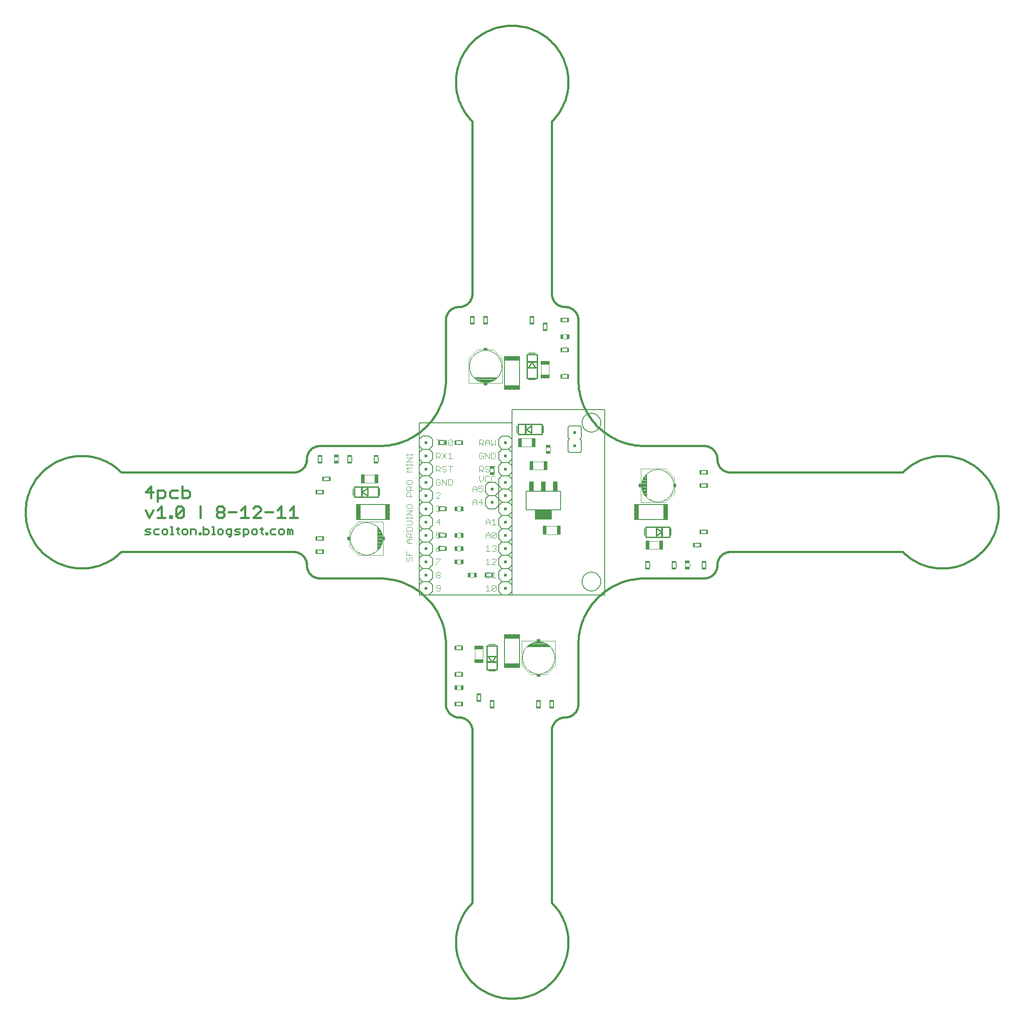
<source format=gto>
G75*
G70*
%OFA0B0*%
%FSLAX24Y24*%
%IPPOS*%
%LPD*%
%AMOC8*
5,1,8,0,0,1.08239X$1,22.5*
%
%ADD10C,0.0160*%
%ADD11C,0.0150*%
%ADD12C,0.0130*%
%ADD13C,0.0050*%
%ADD14R,0.0374X0.0197*%
%ADD15C,0.0040*%
%ADD16R,0.0160X0.0340*%
%ADD17C,0.0060*%
%ADD18R,0.0197X0.0374*%
%ADD19R,0.0098X0.0531*%
%ADD20C,0.0100*%
%ADD21R,0.0118X0.0827*%
%ADD22R,0.0295X0.0669*%
%ADD23R,0.0340X0.0160*%
%ADD24R,0.0236X0.0276*%
%ADD25R,0.0335X0.1221*%
%ADD26R,0.0531X0.0098*%
%ADD27R,0.0827X0.0118*%
%ADD28R,0.0276X0.0236*%
%ADD29R,0.0669X0.0295*%
%ADD30R,0.1221X0.0335*%
%ADD31R,0.0200X0.0200*%
%ADD32R,0.1260X0.0730*%
%ADD33R,0.0340X0.0730*%
%ADD34C,0.0080*%
%ADD35R,0.0240X0.0240*%
D10*
X048183Y043184D02*
X048177Y043422D01*
X048160Y043659D01*
X048132Y043896D01*
X048093Y044130D01*
X048042Y044363D01*
X047980Y044593D01*
X047908Y044819D01*
X047825Y045042D01*
X047731Y045261D01*
X047627Y045475D01*
X047513Y045684D01*
X047389Y045887D01*
X047256Y046084D01*
X047113Y046275D01*
X046962Y046458D01*
X046802Y046634D01*
X046633Y046803D01*
X046457Y046963D01*
X046274Y047114D01*
X046083Y047257D01*
X045886Y047390D01*
X045683Y047514D01*
X045474Y047628D01*
X045260Y047732D01*
X045041Y047826D01*
X044818Y047909D01*
X044592Y047981D01*
X044362Y048043D01*
X044129Y048094D01*
X043895Y048133D01*
X043658Y048161D01*
X043421Y048178D01*
X043183Y048184D01*
X038683Y048184D01*
X038623Y048186D01*
X038562Y048191D01*
X038503Y048200D01*
X038444Y048213D01*
X038385Y048229D01*
X038328Y048249D01*
X038273Y048272D01*
X038218Y048299D01*
X038166Y048328D01*
X038115Y048361D01*
X038066Y048397D01*
X038020Y048435D01*
X037976Y048477D01*
X037934Y048521D01*
X037896Y048567D01*
X037860Y048616D01*
X037827Y048667D01*
X037798Y048719D01*
X037771Y048774D01*
X037748Y048829D01*
X037728Y048886D01*
X037712Y048945D01*
X037699Y049004D01*
X037690Y049063D01*
X037685Y049124D01*
X037683Y049184D01*
X037681Y049244D01*
X037676Y049305D01*
X037667Y049364D01*
X037654Y049423D01*
X037638Y049482D01*
X037618Y049539D01*
X037595Y049594D01*
X037568Y049649D01*
X037539Y049701D01*
X037506Y049752D01*
X037470Y049801D01*
X037432Y049847D01*
X037390Y049891D01*
X037346Y049933D01*
X037300Y049971D01*
X037251Y050007D01*
X037200Y050040D01*
X037148Y050069D01*
X037093Y050096D01*
X037038Y050119D01*
X036981Y050139D01*
X036922Y050155D01*
X036863Y050168D01*
X036804Y050177D01*
X036743Y050182D01*
X036683Y050184D01*
X023683Y050184D01*
X023534Y050042D01*
X023378Y049907D01*
X023216Y049780D01*
X023047Y049661D01*
X022874Y049550D01*
X022694Y049448D01*
X022511Y049355D01*
X022323Y049271D01*
X022131Y049196D01*
X021935Y049130D01*
X021737Y049074D01*
X021536Y049028D01*
X021333Y048991D01*
X021129Y048964D01*
X020923Y048948D01*
X020717Y048941D01*
X020511Y048944D01*
X020306Y048958D01*
X020101Y048981D01*
X019897Y049014D01*
X019696Y049057D01*
X019497Y049110D01*
X019300Y049173D01*
X019107Y049245D01*
X018918Y049326D01*
X018732Y049416D01*
X018552Y049515D01*
X018376Y049623D01*
X018206Y049739D01*
X018041Y049864D01*
X017883Y049996D01*
X017732Y050136D01*
X017587Y050282D01*
X017450Y050436D01*
X017320Y050596D01*
X017199Y050763D01*
X017085Y050935D01*
X016980Y051112D01*
X016884Y051295D01*
X016797Y051481D01*
X016719Y051672D01*
X016650Y051866D01*
X016591Y052064D01*
X016541Y052264D01*
X016501Y052466D01*
X016471Y052670D01*
X016451Y052875D01*
X016441Y053081D01*
X016441Y053287D01*
X016451Y053493D01*
X016471Y053698D01*
X016501Y053902D01*
X016541Y054104D01*
X016591Y054304D01*
X016650Y054502D01*
X016719Y054696D01*
X016797Y054887D01*
X016884Y055073D01*
X016980Y055256D01*
X017085Y055433D01*
X017199Y055605D01*
X017320Y055772D01*
X017450Y055932D01*
X017587Y056086D01*
X017732Y056232D01*
X017883Y056372D01*
X018041Y056504D01*
X018206Y056629D01*
X018376Y056745D01*
X018552Y056853D01*
X018732Y056952D01*
X018918Y057042D01*
X019107Y057123D01*
X019300Y057195D01*
X019497Y057258D01*
X019696Y057311D01*
X019897Y057354D01*
X020101Y057387D01*
X020306Y057410D01*
X020511Y057424D01*
X020717Y057427D01*
X020923Y057420D01*
X021129Y057404D01*
X021333Y057377D01*
X021536Y057340D01*
X021737Y057294D01*
X021935Y057238D01*
X022131Y057172D01*
X022323Y057097D01*
X022511Y057013D01*
X022694Y056920D01*
X022874Y056818D01*
X023047Y056707D01*
X023216Y056588D01*
X023378Y056461D01*
X023534Y056326D01*
X023683Y056184D01*
X036683Y056184D01*
X036743Y056186D01*
X036804Y056191D01*
X036863Y056200D01*
X036922Y056213D01*
X036981Y056229D01*
X037038Y056249D01*
X037093Y056272D01*
X037148Y056299D01*
X037200Y056328D01*
X037251Y056361D01*
X037300Y056397D01*
X037346Y056435D01*
X037390Y056477D01*
X037432Y056521D01*
X037470Y056567D01*
X037506Y056616D01*
X037539Y056667D01*
X037568Y056719D01*
X037595Y056774D01*
X037618Y056829D01*
X037638Y056886D01*
X037654Y056945D01*
X037667Y057004D01*
X037676Y057063D01*
X037681Y057124D01*
X037683Y057184D01*
X037685Y057244D01*
X037690Y057305D01*
X037699Y057364D01*
X037712Y057423D01*
X037728Y057482D01*
X037748Y057539D01*
X037771Y057594D01*
X037798Y057649D01*
X037827Y057701D01*
X037860Y057752D01*
X037896Y057801D01*
X037934Y057847D01*
X037976Y057891D01*
X038020Y057933D01*
X038066Y057971D01*
X038115Y058007D01*
X038166Y058040D01*
X038218Y058069D01*
X038273Y058096D01*
X038328Y058119D01*
X038385Y058139D01*
X038444Y058155D01*
X038503Y058168D01*
X038562Y058177D01*
X038623Y058182D01*
X038683Y058184D01*
X043183Y058184D01*
X043421Y058190D01*
X043658Y058207D01*
X043895Y058235D01*
X044129Y058274D01*
X044362Y058325D01*
X044592Y058387D01*
X044818Y058459D01*
X045041Y058542D01*
X045260Y058636D01*
X045474Y058740D01*
X045683Y058854D01*
X045886Y058978D01*
X046083Y059111D01*
X046274Y059254D01*
X046457Y059405D01*
X046633Y059565D01*
X046802Y059734D01*
X046962Y059910D01*
X047113Y060093D01*
X047256Y060284D01*
X047389Y060481D01*
X047513Y060684D01*
X047627Y060893D01*
X047731Y061107D01*
X047825Y061326D01*
X047908Y061549D01*
X047980Y061775D01*
X048042Y062005D01*
X048093Y062238D01*
X048132Y062472D01*
X048160Y062709D01*
X048177Y062946D01*
X048183Y063184D01*
X048183Y067684D01*
X048185Y067744D01*
X048190Y067805D01*
X048199Y067864D01*
X048212Y067923D01*
X048228Y067982D01*
X048248Y068039D01*
X048271Y068094D01*
X048298Y068149D01*
X048327Y068201D01*
X048360Y068252D01*
X048396Y068301D01*
X048434Y068347D01*
X048476Y068391D01*
X048520Y068433D01*
X048566Y068471D01*
X048615Y068507D01*
X048666Y068540D01*
X048718Y068569D01*
X048773Y068596D01*
X048828Y068619D01*
X048885Y068639D01*
X048944Y068655D01*
X049003Y068668D01*
X049062Y068677D01*
X049123Y068682D01*
X049183Y068684D01*
X049243Y068686D01*
X049304Y068691D01*
X049363Y068700D01*
X049422Y068713D01*
X049481Y068729D01*
X049538Y068749D01*
X049593Y068772D01*
X049648Y068799D01*
X049700Y068828D01*
X049751Y068861D01*
X049800Y068897D01*
X049846Y068935D01*
X049890Y068977D01*
X049932Y069021D01*
X049970Y069067D01*
X050006Y069116D01*
X050039Y069167D01*
X050068Y069219D01*
X050095Y069274D01*
X050118Y069329D01*
X050138Y069386D01*
X050154Y069445D01*
X050167Y069504D01*
X050176Y069563D01*
X050181Y069624D01*
X050183Y069684D01*
X050183Y082684D01*
X050041Y082833D01*
X049906Y082989D01*
X049779Y083151D01*
X049660Y083320D01*
X049549Y083493D01*
X049447Y083673D01*
X049354Y083856D01*
X049270Y084044D01*
X049195Y084236D01*
X049129Y084432D01*
X049073Y084630D01*
X049027Y084831D01*
X048990Y085034D01*
X048963Y085238D01*
X048947Y085444D01*
X048940Y085650D01*
X048943Y085856D01*
X048957Y086061D01*
X048980Y086266D01*
X049013Y086470D01*
X049056Y086671D01*
X049109Y086870D01*
X049172Y087067D01*
X049244Y087260D01*
X049325Y087449D01*
X049415Y087635D01*
X049514Y087815D01*
X049622Y087991D01*
X049738Y088161D01*
X049863Y088326D01*
X049995Y088484D01*
X050135Y088635D01*
X050281Y088780D01*
X050435Y088917D01*
X050595Y089047D01*
X050762Y089168D01*
X050934Y089282D01*
X051111Y089387D01*
X051294Y089483D01*
X051480Y089570D01*
X051671Y089648D01*
X051865Y089717D01*
X052063Y089776D01*
X052263Y089826D01*
X052465Y089866D01*
X052669Y089896D01*
X052874Y089916D01*
X053080Y089926D01*
X053286Y089926D01*
X053492Y089916D01*
X053697Y089896D01*
X053901Y089866D01*
X054103Y089826D01*
X054303Y089776D01*
X054501Y089717D01*
X054695Y089648D01*
X054886Y089570D01*
X055072Y089483D01*
X055255Y089387D01*
X055432Y089282D01*
X055604Y089168D01*
X055771Y089047D01*
X055931Y088917D01*
X056085Y088780D01*
X056231Y088635D01*
X056371Y088484D01*
X056503Y088326D01*
X056628Y088161D01*
X056744Y087991D01*
X056852Y087815D01*
X056951Y087635D01*
X057041Y087449D01*
X057122Y087260D01*
X057194Y087067D01*
X057257Y086870D01*
X057310Y086671D01*
X057353Y086470D01*
X057386Y086266D01*
X057409Y086061D01*
X057423Y085856D01*
X057426Y085650D01*
X057419Y085444D01*
X057403Y085238D01*
X057376Y085034D01*
X057339Y084831D01*
X057293Y084630D01*
X057237Y084432D01*
X057171Y084236D01*
X057096Y084044D01*
X057012Y083856D01*
X056919Y083673D01*
X056817Y083493D01*
X056706Y083320D01*
X056587Y083151D01*
X056460Y082989D01*
X056325Y082833D01*
X056183Y082684D01*
X056183Y069684D01*
X056185Y069624D01*
X056190Y069563D01*
X056199Y069504D01*
X056212Y069445D01*
X056228Y069386D01*
X056248Y069329D01*
X056271Y069274D01*
X056298Y069219D01*
X056327Y069167D01*
X056360Y069116D01*
X056396Y069067D01*
X056434Y069021D01*
X056476Y068977D01*
X056520Y068935D01*
X056566Y068897D01*
X056615Y068861D01*
X056666Y068828D01*
X056718Y068799D01*
X056773Y068772D01*
X056828Y068749D01*
X056885Y068729D01*
X056944Y068713D01*
X057003Y068700D01*
X057062Y068691D01*
X057123Y068686D01*
X057183Y068684D01*
X057243Y068682D01*
X057304Y068677D01*
X057363Y068668D01*
X057422Y068655D01*
X057481Y068639D01*
X057538Y068619D01*
X057593Y068596D01*
X057648Y068569D01*
X057700Y068540D01*
X057751Y068507D01*
X057800Y068471D01*
X057846Y068433D01*
X057890Y068391D01*
X057932Y068347D01*
X057970Y068301D01*
X058006Y068252D01*
X058039Y068201D01*
X058068Y068149D01*
X058095Y068094D01*
X058118Y068039D01*
X058138Y067982D01*
X058154Y067923D01*
X058167Y067864D01*
X058176Y067805D01*
X058181Y067744D01*
X058183Y067684D01*
X058183Y063184D01*
X058189Y062946D01*
X058206Y062709D01*
X058234Y062472D01*
X058273Y062238D01*
X058324Y062005D01*
X058386Y061775D01*
X058458Y061549D01*
X058541Y061326D01*
X058635Y061107D01*
X058739Y060893D01*
X058853Y060684D01*
X058977Y060481D01*
X059110Y060284D01*
X059253Y060093D01*
X059404Y059910D01*
X059564Y059734D01*
X059733Y059565D01*
X059909Y059405D01*
X060092Y059254D01*
X060283Y059111D01*
X060480Y058978D01*
X060683Y058854D01*
X060892Y058740D01*
X061106Y058636D01*
X061325Y058542D01*
X061548Y058459D01*
X061774Y058387D01*
X062004Y058325D01*
X062237Y058274D01*
X062471Y058235D01*
X062708Y058207D01*
X062945Y058190D01*
X063183Y058184D01*
X067683Y058184D01*
X067743Y058182D01*
X067804Y058177D01*
X067863Y058168D01*
X067922Y058155D01*
X067981Y058139D01*
X068038Y058119D01*
X068093Y058096D01*
X068148Y058069D01*
X068200Y058040D01*
X068251Y058007D01*
X068300Y057971D01*
X068346Y057933D01*
X068390Y057891D01*
X068432Y057847D01*
X068470Y057801D01*
X068506Y057752D01*
X068539Y057701D01*
X068568Y057649D01*
X068595Y057594D01*
X068618Y057539D01*
X068638Y057482D01*
X068654Y057423D01*
X068667Y057364D01*
X068676Y057305D01*
X068681Y057244D01*
X068683Y057184D01*
X068685Y057124D01*
X068690Y057063D01*
X068699Y057004D01*
X068712Y056945D01*
X068728Y056886D01*
X068748Y056829D01*
X068771Y056774D01*
X068798Y056719D01*
X068827Y056667D01*
X068860Y056616D01*
X068896Y056567D01*
X068934Y056521D01*
X068976Y056477D01*
X069020Y056435D01*
X069066Y056397D01*
X069115Y056361D01*
X069166Y056328D01*
X069218Y056299D01*
X069273Y056272D01*
X069328Y056249D01*
X069385Y056229D01*
X069444Y056213D01*
X069503Y056200D01*
X069562Y056191D01*
X069623Y056186D01*
X069683Y056184D01*
X082683Y056184D01*
X082834Y056328D01*
X082991Y056464D01*
X083155Y056592D01*
X083326Y056712D01*
X083502Y056823D01*
X083683Y056926D01*
X083869Y057020D01*
X084059Y057104D01*
X084254Y057179D01*
X084451Y057244D01*
X084652Y057300D01*
X084855Y057345D01*
X085060Y057381D01*
X085267Y057407D01*
X085475Y057422D01*
X085683Y057427D01*
X085891Y057422D01*
X086099Y057407D01*
X086306Y057381D01*
X086511Y057345D01*
X086714Y057300D01*
X086915Y057244D01*
X087112Y057179D01*
X087307Y057104D01*
X087497Y057020D01*
X087683Y056926D01*
X087864Y056823D01*
X088040Y056712D01*
X088211Y056592D01*
X088375Y056464D01*
X088532Y056328D01*
X088683Y056184D01*
X088827Y056033D01*
X088963Y055876D01*
X089091Y055712D01*
X089211Y055541D01*
X089322Y055365D01*
X089425Y055184D01*
X089519Y054998D01*
X089603Y054808D01*
X089678Y054613D01*
X089743Y054416D01*
X089799Y054215D01*
X089844Y054012D01*
X089880Y053807D01*
X089906Y053600D01*
X089921Y053392D01*
X089926Y053184D01*
X089921Y052976D01*
X089906Y052768D01*
X089880Y052561D01*
X089844Y052356D01*
X089799Y052153D01*
X089743Y051952D01*
X089678Y051755D01*
X089603Y051560D01*
X089519Y051370D01*
X089425Y051184D01*
X089322Y051003D01*
X089211Y050827D01*
X089091Y050656D01*
X088963Y050492D01*
X088827Y050335D01*
X088683Y050184D01*
X088532Y050040D01*
X088375Y049904D01*
X088211Y049776D01*
X088040Y049656D01*
X087864Y049545D01*
X087683Y049442D01*
X087497Y049348D01*
X087307Y049264D01*
X087112Y049189D01*
X086915Y049124D01*
X086714Y049068D01*
X086511Y049023D01*
X086306Y048987D01*
X086099Y048961D01*
X085891Y048946D01*
X085683Y048941D01*
X085475Y048946D01*
X085267Y048961D01*
X085060Y048987D01*
X084855Y049023D01*
X084652Y049068D01*
X084451Y049124D01*
X084254Y049189D01*
X084059Y049264D01*
X083869Y049348D01*
X083683Y049442D01*
X083502Y049545D01*
X083326Y049656D01*
X083155Y049776D01*
X082991Y049904D01*
X082834Y050040D01*
X082683Y050184D01*
X069683Y050184D01*
X069623Y050182D01*
X069562Y050177D01*
X069503Y050168D01*
X069444Y050155D01*
X069385Y050139D01*
X069328Y050119D01*
X069273Y050096D01*
X069218Y050069D01*
X069166Y050040D01*
X069115Y050007D01*
X069066Y049971D01*
X069020Y049933D01*
X068976Y049891D01*
X068934Y049847D01*
X068896Y049801D01*
X068860Y049752D01*
X068827Y049701D01*
X068798Y049649D01*
X068771Y049594D01*
X068748Y049539D01*
X068728Y049482D01*
X068712Y049423D01*
X068699Y049364D01*
X068690Y049305D01*
X068685Y049244D01*
X068683Y049184D01*
X068681Y049124D01*
X068676Y049063D01*
X068667Y049004D01*
X068654Y048945D01*
X068638Y048886D01*
X068618Y048829D01*
X068595Y048774D01*
X068568Y048719D01*
X068539Y048667D01*
X068506Y048616D01*
X068470Y048567D01*
X068432Y048521D01*
X068390Y048477D01*
X068346Y048435D01*
X068300Y048397D01*
X068251Y048361D01*
X068200Y048328D01*
X068148Y048299D01*
X068093Y048272D01*
X068038Y048249D01*
X067981Y048229D01*
X067922Y048213D01*
X067863Y048200D01*
X067804Y048191D01*
X067743Y048186D01*
X067683Y048184D01*
X063183Y048184D01*
X062945Y048178D01*
X062708Y048161D01*
X062471Y048133D01*
X062237Y048094D01*
X062004Y048043D01*
X061774Y047981D01*
X061548Y047909D01*
X061325Y047826D01*
X061106Y047732D01*
X060892Y047628D01*
X060683Y047514D01*
X060480Y047390D01*
X060283Y047257D01*
X060092Y047114D01*
X059909Y046963D01*
X059733Y046803D01*
X059564Y046634D01*
X059404Y046458D01*
X059253Y046275D01*
X059110Y046084D01*
X058977Y045887D01*
X058853Y045684D01*
X058739Y045475D01*
X058635Y045261D01*
X058541Y045042D01*
X058458Y044819D01*
X058386Y044593D01*
X058324Y044363D01*
X058273Y044130D01*
X058234Y043896D01*
X058206Y043659D01*
X058189Y043422D01*
X058183Y043184D01*
X058183Y038684D01*
X058181Y038624D01*
X058176Y038563D01*
X058167Y038504D01*
X058154Y038445D01*
X058138Y038386D01*
X058118Y038329D01*
X058095Y038274D01*
X058068Y038219D01*
X058039Y038167D01*
X058006Y038116D01*
X057970Y038067D01*
X057932Y038021D01*
X057890Y037977D01*
X057846Y037935D01*
X057800Y037897D01*
X057751Y037861D01*
X057700Y037828D01*
X057648Y037799D01*
X057593Y037772D01*
X057538Y037749D01*
X057481Y037729D01*
X057422Y037713D01*
X057363Y037700D01*
X057304Y037691D01*
X057243Y037686D01*
X057183Y037684D01*
X057120Y037682D01*
X057058Y037676D01*
X056996Y037666D01*
X056934Y037653D01*
X056874Y037635D01*
X056815Y037614D01*
X056757Y037589D01*
X056701Y037560D01*
X056647Y037528D01*
X056595Y037493D01*
X056546Y037455D01*
X056498Y037413D01*
X056454Y037369D01*
X056412Y037321D01*
X056374Y037272D01*
X056339Y037220D01*
X056307Y037166D01*
X056278Y037110D01*
X056253Y037052D01*
X056232Y036993D01*
X056214Y036933D01*
X056201Y036871D01*
X056191Y036809D01*
X056185Y036747D01*
X056183Y036684D01*
X056183Y023684D01*
X056325Y023535D01*
X056460Y023379D01*
X056587Y023217D01*
X056706Y023048D01*
X056817Y022875D01*
X056919Y022695D01*
X057012Y022512D01*
X057096Y022324D01*
X057171Y022132D01*
X057237Y021936D01*
X057293Y021738D01*
X057339Y021537D01*
X057376Y021334D01*
X057403Y021130D01*
X057419Y020924D01*
X057426Y020718D01*
X057423Y020512D01*
X057409Y020307D01*
X057386Y020102D01*
X057353Y019898D01*
X057310Y019697D01*
X057257Y019498D01*
X057194Y019301D01*
X057122Y019108D01*
X057041Y018919D01*
X056951Y018733D01*
X056852Y018553D01*
X056744Y018377D01*
X056628Y018207D01*
X056503Y018042D01*
X056371Y017884D01*
X056231Y017733D01*
X056085Y017588D01*
X055931Y017451D01*
X055771Y017321D01*
X055604Y017200D01*
X055432Y017086D01*
X055255Y016981D01*
X055072Y016885D01*
X054886Y016798D01*
X054695Y016720D01*
X054501Y016651D01*
X054303Y016592D01*
X054103Y016542D01*
X053901Y016502D01*
X053697Y016472D01*
X053492Y016452D01*
X053286Y016442D01*
X053080Y016442D01*
X052874Y016452D01*
X052669Y016472D01*
X052465Y016502D01*
X052263Y016542D01*
X052063Y016592D01*
X051865Y016651D01*
X051671Y016720D01*
X051480Y016798D01*
X051294Y016885D01*
X051111Y016981D01*
X050934Y017086D01*
X050762Y017200D01*
X050595Y017321D01*
X050435Y017451D01*
X050281Y017588D01*
X050135Y017733D01*
X049995Y017884D01*
X049863Y018042D01*
X049738Y018207D01*
X049622Y018377D01*
X049514Y018553D01*
X049415Y018733D01*
X049325Y018919D01*
X049244Y019108D01*
X049172Y019301D01*
X049109Y019498D01*
X049056Y019697D01*
X049013Y019898D01*
X048980Y020102D01*
X048957Y020307D01*
X048943Y020512D01*
X048940Y020718D01*
X048947Y020924D01*
X048963Y021130D01*
X048990Y021334D01*
X049027Y021537D01*
X049073Y021738D01*
X049129Y021936D01*
X049195Y022132D01*
X049270Y022324D01*
X049354Y022512D01*
X049447Y022695D01*
X049549Y022875D01*
X049660Y023048D01*
X049779Y023217D01*
X049906Y023379D01*
X050041Y023535D01*
X050183Y023684D01*
X050183Y036684D01*
X050181Y036747D01*
X050175Y036809D01*
X050165Y036871D01*
X050152Y036933D01*
X050134Y036993D01*
X050113Y037052D01*
X050088Y037110D01*
X050059Y037166D01*
X050027Y037220D01*
X049992Y037272D01*
X049954Y037321D01*
X049912Y037369D01*
X049868Y037413D01*
X049820Y037455D01*
X049771Y037493D01*
X049719Y037528D01*
X049665Y037560D01*
X049609Y037589D01*
X049551Y037614D01*
X049492Y037635D01*
X049432Y037653D01*
X049370Y037666D01*
X049308Y037676D01*
X049246Y037682D01*
X049183Y037684D01*
X049120Y037686D01*
X049058Y037692D01*
X048996Y037702D01*
X048934Y037715D01*
X048874Y037733D01*
X048815Y037754D01*
X048757Y037779D01*
X048701Y037808D01*
X048647Y037840D01*
X048595Y037875D01*
X048546Y037913D01*
X048498Y037955D01*
X048454Y037999D01*
X048412Y038047D01*
X048374Y038096D01*
X048339Y038148D01*
X048307Y038202D01*
X048278Y038258D01*
X048253Y038316D01*
X048232Y038375D01*
X048214Y038435D01*
X048201Y038497D01*
X048191Y038559D01*
X048185Y038621D01*
X048183Y038684D01*
X048183Y043184D01*
D11*
X036971Y052759D02*
X036404Y052759D01*
X036687Y052759D02*
X036687Y053610D01*
X036404Y053327D01*
X036050Y052759D02*
X035483Y052759D01*
X035766Y052759D02*
X035766Y053610D01*
X035483Y053327D01*
X035129Y053185D02*
X034562Y053185D01*
X034209Y053327D02*
X034209Y053468D01*
X034067Y053610D01*
X033783Y053610D01*
X033641Y053468D01*
X034209Y053327D02*
X033641Y052759D01*
X034209Y052759D01*
X033288Y052759D02*
X032721Y052759D01*
X033004Y052759D02*
X033004Y053610D01*
X032721Y053327D01*
X032367Y053185D02*
X031800Y053185D01*
X031446Y053327D02*
X031304Y053185D01*
X031021Y053185D01*
X030879Y053327D01*
X030879Y053468D01*
X031021Y053610D01*
X031304Y053610D01*
X031446Y053468D01*
X031446Y053327D01*
X031304Y053185D02*
X031446Y053043D01*
X031446Y052901D01*
X031304Y052759D01*
X031021Y052759D01*
X030879Y052901D01*
X030879Y053043D01*
X031021Y053185D01*
X029651Y053610D02*
X029651Y052759D01*
X028377Y052901D02*
X028377Y053468D01*
X027810Y052901D01*
X027952Y052759D01*
X028235Y052759D01*
X028377Y052901D01*
X027810Y052901D02*
X027810Y053468D01*
X027952Y053610D01*
X028235Y053610D01*
X028377Y053468D01*
X028270Y054259D02*
X028696Y054259D01*
X028838Y054401D01*
X028838Y054685D01*
X028696Y054827D01*
X028270Y054827D01*
X028270Y055110D02*
X028270Y054259D01*
X027917Y054259D02*
X027491Y054259D01*
X027350Y054401D01*
X027350Y054685D01*
X027491Y054827D01*
X027917Y054827D01*
X026996Y054685D02*
X026996Y054401D01*
X026854Y054259D01*
X026429Y054259D01*
X026429Y053976D02*
X026429Y054827D01*
X026854Y054827D01*
X026996Y054685D01*
X026075Y054685D02*
X025508Y054685D01*
X025934Y055110D01*
X025934Y054259D01*
X026075Y053327D02*
X025792Y052759D01*
X025508Y053327D01*
X026429Y053327D02*
X026712Y053610D01*
X026712Y052759D01*
X026429Y052759D02*
X026996Y052759D01*
X027350Y052759D02*
X027491Y052759D01*
X027491Y052901D01*
X027350Y052901D01*
X027350Y052759D01*
D12*
X027432Y052070D02*
X027527Y052070D01*
X027527Y051499D01*
X027432Y051499D02*
X027622Y051499D01*
X027956Y051594D02*
X028052Y051499D01*
X027956Y051594D02*
X027956Y051975D01*
X027861Y051880D02*
X028052Y051880D01*
X028291Y051785D02*
X028291Y051594D01*
X028386Y051499D01*
X028576Y051499D01*
X028671Y051594D01*
X028671Y051785D01*
X028576Y051880D01*
X028386Y051880D01*
X028291Y051785D01*
X028936Y051880D02*
X029221Y051880D01*
X029316Y051785D01*
X029316Y051499D01*
X029580Y051499D02*
X029675Y051499D01*
X029675Y051594D01*
X029580Y051594D01*
X029580Y051499D01*
X029902Y051499D02*
X030188Y051499D01*
X030283Y051594D01*
X030283Y051785D01*
X030188Y051880D01*
X029902Y051880D01*
X029902Y052070D02*
X029902Y051499D01*
X030547Y051499D02*
X030737Y051499D01*
X030642Y051499D02*
X030642Y052070D01*
X030547Y052070D01*
X030977Y051785D02*
X030977Y051594D01*
X031072Y051499D01*
X031262Y051499D01*
X031357Y051594D01*
X031357Y051785D01*
X031262Y051880D01*
X031072Y051880D01*
X030977Y051785D01*
X031621Y051785D02*
X031621Y051594D01*
X031716Y051499D01*
X032001Y051499D01*
X032001Y051404D02*
X032001Y051880D01*
X031716Y051880D01*
X031621Y051785D01*
X031811Y051309D02*
X031906Y051309D01*
X032001Y051404D01*
X032266Y051499D02*
X032551Y051499D01*
X032646Y051594D01*
X032551Y051690D01*
X032361Y051690D01*
X032266Y051785D01*
X032361Y051880D01*
X032646Y051880D01*
X032910Y051880D02*
X033195Y051880D01*
X033291Y051785D01*
X033291Y051594D01*
X033195Y051499D01*
X032910Y051499D01*
X032910Y051309D02*
X032910Y051880D01*
X033555Y051785D02*
X033555Y051594D01*
X033650Y051499D01*
X033840Y051499D01*
X033935Y051594D01*
X033935Y051785D01*
X033840Y051880D01*
X033650Y051880D01*
X033555Y051785D01*
X034199Y051880D02*
X034389Y051880D01*
X034294Y051975D02*
X034294Y051594D01*
X034389Y051499D01*
X034629Y051499D02*
X034724Y051499D01*
X034724Y051594D01*
X034629Y051594D01*
X034629Y051499D01*
X034951Y051594D02*
X035046Y051499D01*
X035331Y051499D01*
X035596Y051594D02*
X035691Y051499D01*
X035881Y051499D01*
X035976Y051594D01*
X035976Y051785D01*
X035881Y051880D01*
X035691Y051880D01*
X035596Y051785D01*
X035596Y051594D01*
X035331Y051880D02*
X035046Y051880D01*
X034951Y051785D01*
X034951Y051594D01*
X036240Y051499D02*
X036240Y051880D01*
X036335Y051880D01*
X036430Y051785D01*
X036525Y051880D01*
X036621Y051785D01*
X036621Y051499D01*
X036430Y051499D02*
X036430Y051785D01*
X028936Y051880D02*
X028936Y051499D01*
X027168Y051594D02*
X027168Y051785D01*
X027072Y051880D01*
X026882Y051880D01*
X026787Y051785D01*
X026787Y051594D01*
X026882Y051499D01*
X027072Y051499D01*
X027168Y051594D01*
X026523Y051499D02*
X026238Y051499D01*
X026143Y051594D01*
X026143Y051785D01*
X026238Y051880D01*
X026523Y051880D01*
X025878Y051880D02*
X025593Y051880D01*
X025498Y051785D01*
X025593Y051690D01*
X025783Y051690D01*
X025878Y051594D01*
X025783Y051499D01*
X025498Y051499D01*
D13*
X046183Y046934D02*
X046183Y059934D01*
X053183Y059934D01*
X053183Y046934D01*
X046183Y046934D01*
X053183Y046934D02*
X053183Y060934D01*
X060183Y060934D01*
X060183Y046934D01*
X053183Y046934D01*
X058476Y047934D02*
X058478Y047987D01*
X058484Y048039D01*
X058494Y048091D01*
X058507Y048142D01*
X058525Y048192D01*
X058546Y048241D01*
X058571Y048288D01*
X058599Y048332D01*
X058630Y048375D01*
X058665Y048415D01*
X058702Y048452D01*
X058742Y048487D01*
X058785Y048518D01*
X058830Y048546D01*
X058876Y048571D01*
X058925Y048592D01*
X058975Y048610D01*
X059026Y048623D01*
X059078Y048633D01*
X059130Y048639D01*
X059183Y048641D01*
X059236Y048639D01*
X059288Y048633D01*
X059340Y048623D01*
X059391Y048610D01*
X059441Y048592D01*
X059490Y048571D01*
X059537Y048546D01*
X059581Y048518D01*
X059624Y048487D01*
X059664Y048452D01*
X059701Y048415D01*
X059736Y048375D01*
X059767Y048332D01*
X059795Y048287D01*
X059820Y048241D01*
X059841Y048192D01*
X059859Y048142D01*
X059872Y048091D01*
X059882Y048039D01*
X059888Y047987D01*
X059890Y047934D01*
X059888Y047881D01*
X059882Y047829D01*
X059872Y047777D01*
X059859Y047726D01*
X059841Y047676D01*
X059820Y047627D01*
X059795Y047580D01*
X059767Y047536D01*
X059736Y047493D01*
X059701Y047453D01*
X059664Y047416D01*
X059624Y047381D01*
X059581Y047350D01*
X059536Y047322D01*
X059490Y047297D01*
X059441Y047276D01*
X059391Y047258D01*
X059340Y047245D01*
X059288Y047235D01*
X059236Y047229D01*
X059183Y047227D01*
X059130Y047229D01*
X059078Y047235D01*
X059026Y047245D01*
X058975Y047258D01*
X058925Y047276D01*
X058876Y047297D01*
X058829Y047322D01*
X058785Y047350D01*
X058742Y047381D01*
X058702Y047416D01*
X058665Y047453D01*
X058630Y047493D01*
X058599Y047536D01*
X058571Y047581D01*
X058546Y047627D01*
X058525Y047676D01*
X058507Y047726D01*
X058494Y047777D01*
X058484Y047829D01*
X058478Y047881D01*
X058476Y047934D01*
X058476Y059934D02*
X058478Y059987D01*
X058484Y060039D01*
X058494Y060091D01*
X058507Y060142D01*
X058525Y060192D01*
X058546Y060241D01*
X058571Y060288D01*
X058599Y060332D01*
X058630Y060375D01*
X058665Y060415D01*
X058702Y060452D01*
X058742Y060487D01*
X058785Y060518D01*
X058830Y060546D01*
X058876Y060571D01*
X058925Y060592D01*
X058975Y060610D01*
X059026Y060623D01*
X059078Y060633D01*
X059130Y060639D01*
X059183Y060641D01*
X059236Y060639D01*
X059288Y060633D01*
X059340Y060623D01*
X059391Y060610D01*
X059441Y060592D01*
X059490Y060571D01*
X059537Y060546D01*
X059581Y060518D01*
X059624Y060487D01*
X059664Y060452D01*
X059701Y060415D01*
X059736Y060375D01*
X059767Y060332D01*
X059795Y060287D01*
X059820Y060241D01*
X059841Y060192D01*
X059859Y060142D01*
X059872Y060091D01*
X059882Y060039D01*
X059888Y059987D01*
X059890Y059934D01*
X059888Y059881D01*
X059882Y059829D01*
X059872Y059777D01*
X059859Y059726D01*
X059841Y059676D01*
X059820Y059627D01*
X059795Y059580D01*
X059767Y059536D01*
X059736Y059493D01*
X059701Y059453D01*
X059664Y059416D01*
X059624Y059381D01*
X059581Y059350D01*
X059536Y059322D01*
X059490Y059297D01*
X059441Y059276D01*
X059391Y059258D01*
X059340Y059245D01*
X059288Y059235D01*
X059236Y059229D01*
X059183Y059227D01*
X059130Y059229D01*
X059078Y059235D01*
X059026Y059245D01*
X058975Y059258D01*
X058925Y059276D01*
X058876Y059297D01*
X058829Y059322D01*
X058785Y059350D01*
X058742Y059381D01*
X058702Y059416D01*
X058665Y059453D01*
X058630Y059493D01*
X058599Y059536D01*
X058571Y059581D01*
X058546Y059627D01*
X058525Y059676D01*
X058507Y059726D01*
X058494Y059777D01*
X058484Y059829D01*
X058478Y059881D01*
X058476Y059934D01*
D14*
X055931Y058163D03*
X055931Y057703D03*
X051681Y056538D03*
X051681Y056078D03*
X039931Y056953D03*
X039931Y057413D03*
X066435Y049416D03*
X066435Y048956D03*
D15*
X066268Y049044D02*
X066268Y049325D01*
X066603Y049325D02*
X066603Y049044D01*
X064313Y050375D02*
X063553Y050375D01*
X063553Y050994D02*
X064313Y050994D01*
X064793Y053905D02*
X062904Y053905D01*
X062904Y054810D01*
X063037Y054836D02*
X063337Y054836D01*
X063337Y054798D02*
X063048Y054798D01*
X063041Y054810D02*
X063179Y054535D01*
X063337Y054338D01*
X063337Y056011D01*
X063337Y056031D01*
X063160Y055814D01*
X063041Y055539D01*
X062982Y055184D01*
X063041Y054810D01*
X063067Y054759D02*
X063337Y054759D01*
X063337Y054721D02*
X063086Y054721D01*
X063106Y054682D02*
X063337Y054682D01*
X063337Y054643D02*
X063125Y054643D01*
X063144Y054605D02*
X063337Y054605D01*
X063337Y054566D02*
X063163Y054566D01*
X063185Y054528D02*
X063337Y054528D01*
X063337Y054489D02*
X063216Y054489D01*
X063246Y054451D02*
X063337Y054451D01*
X063337Y054412D02*
X063277Y054412D01*
X063308Y054374D02*
X063337Y054374D01*
X063356Y054318D02*
X063356Y056070D01*
X063337Y055992D02*
X063305Y055992D01*
X063274Y055954D02*
X063337Y055954D01*
X063337Y055915D02*
X063242Y055915D01*
X063211Y055877D02*
X063337Y055877D01*
X063337Y055838D02*
X063179Y055838D01*
X063153Y055800D02*
X063337Y055800D01*
X063337Y055761D02*
X063137Y055761D01*
X063120Y055723D02*
X063337Y055723D01*
X063337Y055684D02*
X063104Y055684D01*
X063087Y055646D02*
X063337Y055646D01*
X063337Y055607D02*
X063071Y055607D01*
X063054Y055569D02*
X063337Y055569D01*
X063337Y055530D02*
X063040Y055530D01*
X063034Y055491D02*
X063337Y055491D01*
X063337Y055453D02*
X063027Y055453D01*
X063021Y055414D02*
X063337Y055414D01*
X063337Y055376D02*
X063014Y055376D01*
X063008Y055337D02*
X063337Y055337D01*
X063337Y055299D02*
X063001Y055299D01*
X062995Y055260D02*
X063337Y055260D01*
X063337Y055222D02*
X062989Y055222D01*
X062983Y055183D02*
X063337Y055183D01*
X063337Y055145D02*
X062989Y055145D01*
X062995Y055106D02*
X063337Y055106D01*
X063337Y055067D02*
X063001Y055067D01*
X063007Y055029D02*
X063337Y055029D01*
X063337Y054990D02*
X063013Y054990D01*
X063019Y054952D02*
X063337Y054952D01*
X063337Y054913D02*
X063025Y054913D01*
X063031Y054875D02*
X063337Y054875D01*
X062904Y055558D02*
X062904Y056464D01*
X064793Y056464D01*
X065463Y055795D01*
X065463Y055558D01*
X065463Y055795D02*
X065463Y054574D01*
X064793Y053905D01*
X062904Y053905D01*
X062904Y056464D01*
X064793Y056464D01*
X065463Y055795D01*
X065463Y054810D02*
X065463Y054574D01*
X064793Y053905D01*
X065344Y054810D02*
X065322Y054746D01*
X065295Y054683D01*
X065265Y054621D01*
X065232Y054562D01*
X065196Y054504D01*
X065156Y054448D01*
X065113Y054395D01*
X065068Y054344D01*
X065020Y054296D01*
X064969Y054251D01*
X064915Y054208D01*
X064859Y054169D01*
X064802Y054132D01*
X064742Y054099D01*
X064680Y054070D01*
X064617Y054044D01*
X064553Y054021D01*
X064487Y054002D01*
X064420Y053987D01*
X064353Y053976D01*
X064285Y053968D01*
X064217Y053964D01*
X064149Y053964D01*
X064081Y053968D01*
X064013Y053976D01*
X063946Y053987D01*
X063879Y054002D01*
X063813Y054021D01*
X063749Y054044D01*
X063686Y054070D01*
X063624Y054099D01*
X063564Y054132D01*
X063507Y054169D01*
X063451Y054208D01*
X063397Y054251D01*
X063346Y054296D01*
X063298Y054344D01*
X063253Y054395D01*
X063210Y054448D01*
X063170Y054504D01*
X063134Y054562D01*
X063101Y054621D01*
X063071Y054683D01*
X063044Y054746D01*
X063022Y054810D01*
X063022Y055558D02*
X063044Y055622D01*
X063071Y055685D01*
X063101Y055747D01*
X063134Y055806D01*
X063170Y055864D01*
X063210Y055920D01*
X063253Y055973D01*
X063298Y056024D01*
X063346Y056072D01*
X063397Y056117D01*
X063451Y056160D01*
X063507Y056199D01*
X063564Y056236D01*
X063624Y056269D01*
X063686Y056298D01*
X063749Y056324D01*
X063813Y056347D01*
X063879Y056366D01*
X063946Y056381D01*
X064013Y056392D01*
X064081Y056400D01*
X064149Y056404D01*
X064217Y056404D01*
X064285Y056400D01*
X064353Y056392D01*
X064420Y056381D01*
X064487Y056366D01*
X064553Y056347D01*
X064617Y056324D01*
X064680Y056298D01*
X064742Y056269D01*
X064802Y056236D01*
X064859Y056199D01*
X064915Y056160D01*
X064969Y056117D01*
X065020Y056072D01*
X065068Y056024D01*
X065113Y055973D01*
X065156Y055920D01*
X065196Y055864D01*
X065232Y055806D01*
X065265Y055747D01*
X065295Y055685D01*
X065322Y055622D01*
X065344Y055558D01*
X062963Y055184D02*
X062965Y055254D01*
X062971Y055323D01*
X062981Y055392D01*
X062995Y055460D01*
X063012Y055528D01*
X063034Y055594D01*
X063059Y055659D01*
X063088Y055722D01*
X063121Y055784D01*
X063157Y055844D01*
X063196Y055901D01*
X063239Y055956D01*
X063284Y056009D01*
X063333Y056059D01*
X063384Y056106D01*
X063438Y056150D01*
X063494Y056191D01*
X063553Y056229D01*
X063614Y056263D01*
X063676Y056294D01*
X063740Y056321D01*
X063806Y056344D01*
X063873Y056364D01*
X063941Y056380D01*
X064009Y056392D01*
X064079Y056400D01*
X064148Y056404D01*
X064218Y056404D01*
X064287Y056400D01*
X064357Y056392D01*
X064425Y056380D01*
X064493Y056364D01*
X064560Y056344D01*
X064626Y056321D01*
X064690Y056294D01*
X064752Y056263D01*
X064813Y056229D01*
X064872Y056191D01*
X064928Y056150D01*
X064982Y056106D01*
X065033Y056059D01*
X065082Y056009D01*
X065127Y055956D01*
X065170Y055901D01*
X065209Y055844D01*
X065245Y055784D01*
X065278Y055722D01*
X065307Y055659D01*
X065332Y055594D01*
X065354Y055528D01*
X065371Y055460D01*
X065385Y055392D01*
X065395Y055323D01*
X065401Y055254D01*
X065403Y055184D01*
X065401Y055114D01*
X065395Y055045D01*
X065385Y054976D01*
X065371Y054908D01*
X065354Y054840D01*
X065332Y054774D01*
X065307Y054709D01*
X065278Y054646D01*
X065245Y054584D01*
X065209Y054524D01*
X065170Y054467D01*
X065127Y054412D01*
X065082Y054359D01*
X065033Y054309D01*
X064982Y054262D01*
X064928Y054218D01*
X064872Y054177D01*
X064813Y054139D01*
X064752Y054105D01*
X064690Y054074D01*
X064626Y054047D01*
X064560Y054024D01*
X064493Y054004D01*
X064425Y053988D01*
X064357Y053976D01*
X064287Y053968D01*
X064218Y053964D01*
X064148Y053964D01*
X064079Y053968D01*
X064009Y053976D01*
X063941Y053988D01*
X063873Y054004D01*
X063806Y054024D01*
X063740Y054047D01*
X063676Y054074D01*
X063614Y054105D01*
X063553Y054139D01*
X063494Y054177D01*
X063438Y054218D01*
X063384Y054262D01*
X063333Y054309D01*
X063284Y054359D01*
X063239Y054412D01*
X063196Y054467D01*
X063157Y054524D01*
X063121Y054584D01*
X063088Y054646D01*
X063059Y054709D01*
X063034Y054774D01*
X063012Y054840D01*
X062995Y054908D01*
X062981Y054976D01*
X062971Y055045D01*
X062965Y055114D01*
X062963Y055184D01*
X056563Y052119D02*
X055803Y052119D01*
X055803Y051500D02*
X056563Y051500D01*
X055563Y056375D02*
X054803Y056375D01*
X054803Y056994D02*
X055563Y056994D01*
X055763Y057794D02*
X055763Y058075D01*
X056098Y058075D02*
X056098Y057794D01*
X054688Y058125D02*
X053928Y058125D01*
X053928Y058744D02*
X054688Y058744D01*
X051931Y058665D02*
X051931Y058204D01*
X051777Y058358D01*
X051624Y058204D01*
X051624Y058665D01*
X051470Y058511D02*
X051470Y058204D01*
X051470Y058435D02*
X051164Y058435D01*
X051164Y058511D02*
X051164Y058204D01*
X051010Y058204D02*
X050857Y058358D01*
X050933Y058358D02*
X050703Y058358D01*
X050703Y058204D02*
X050703Y058665D01*
X050933Y058665D01*
X051010Y058588D01*
X051010Y058435D01*
X050933Y058358D01*
X051164Y058511D02*
X051317Y058665D01*
X051470Y058511D01*
X051470Y057665D02*
X051470Y057204D01*
X051164Y057665D01*
X051164Y057204D01*
X051010Y057281D02*
X051010Y057435D01*
X050857Y057435D01*
X051010Y057588D02*
X050933Y057665D01*
X050780Y057665D01*
X050703Y057588D01*
X050703Y057281D01*
X050780Y057204D01*
X050933Y057204D01*
X051010Y057281D01*
X051624Y057204D02*
X051624Y057665D01*
X051854Y057665D01*
X051931Y057588D01*
X051931Y057281D01*
X051854Y057204D01*
X051624Y057204D01*
X051624Y056665D02*
X051931Y056665D01*
X051777Y056665D02*
X051777Y056204D01*
X051848Y056169D02*
X051848Y056450D01*
X051513Y056450D02*
X051513Y056169D01*
X051470Y056281D02*
X051394Y056204D01*
X051240Y056204D01*
X051164Y056281D01*
X051240Y056435D02*
X051394Y056435D01*
X051470Y056358D01*
X051470Y056281D01*
X051240Y056435D02*
X051164Y056511D01*
X051164Y056588D01*
X051240Y056665D01*
X051394Y056665D01*
X051470Y056588D01*
X051010Y056588D02*
X051010Y056435D01*
X050933Y056358D01*
X050703Y056358D01*
X050857Y056358D02*
X051010Y056204D01*
X051010Y055915D02*
X051010Y055608D01*
X050857Y055454D01*
X050703Y055608D01*
X050703Y055915D01*
X050703Y056204D02*
X050703Y056665D01*
X050933Y056665D01*
X051010Y056588D01*
X051240Y055915D02*
X051164Y055838D01*
X051164Y055531D01*
X051240Y055454D01*
X051394Y055454D01*
X051470Y055531D01*
X051624Y055531D02*
X051701Y055454D01*
X051854Y055454D01*
X051931Y055531D01*
X051931Y055838D02*
X051854Y055915D01*
X051701Y055915D01*
X051624Y055838D01*
X051624Y055531D01*
X051470Y055838D02*
X051394Y055915D01*
X051240Y055915D01*
X050970Y055165D02*
X050664Y055165D01*
X050664Y054935D01*
X050817Y055011D01*
X050894Y055011D01*
X050970Y054935D01*
X050970Y054781D01*
X050894Y054704D01*
X050740Y054704D01*
X050664Y054781D01*
X050510Y054704D02*
X050510Y055011D01*
X050357Y055165D01*
X050203Y055011D01*
X050203Y054704D01*
X050203Y054935D02*
X050510Y054935D01*
X050357Y054165D02*
X050510Y054011D01*
X050510Y053704D01*
X050510Y053935D02*
X050203Y053935D01*
X050203Y054011D02*
X050357Y054165D01*
X050203Y054011D02*
X050203Y053704D01*
X050664Y053935D02*
X050970Y053935D01*
X050894Y054165D02*
X050664Y053935D01*
X050894Y053704D02*
X050894Y054165D01*
X051357Y052665D02*
X051510Y052511D01*
X051510Y052204D01*
X051664Y052204D02*
X051970Y052204D01*
X051817Y052204D02*
X051817Y052665D01*
X051664Y052511D01*
X051510Y052435D02*
X051203Y052435D01*
X051203Y052511D02*
X051357Y052665D01*
X051203Y052511D02*
X051203Y052204D01*
X051357Y051665D02*
X051510Y051511D01*
X051510Y051204D01*
X051664Y051281D02*
X051970Y051588D01*
X051970Y051281D01*
X051894Y051204D01*
X051740Y051204D01*
X051664Y051281D01*
X051664Y051588D01*
X051740Y051665D01*
X051894Y051665D01*
X051970Y051588D01*
X051510Y051435D02*
X051203Y051435D01*
X051203Y051511D02*
X051357Y051665D01*
X051203Y051511D02*
X051203Y051204D01*
X051357Y050665D02*
X051357Y050204D01*
X051510Y050204D02*
X051203Y050204D01*
X051203Y050511D02*
X051357Y050665D01*
X051664Y050588D02*
X051740Y050665D01*
X051894Y050665D01*
X051970Y050588D01*
X051970Y050511D01*
X051894Y050435D01*
X051970Y050358D01*
X051970Y050281D01*
X051894Y050204D01*
X051740Y050204D01*
X051664Y050281D01*
X051817Y050435D02*
X051894Y050435D01*
X051894Y049665D02*
X051740Y049665D01*
X051664Y049588D01*
X051894Y049665D02*
X051970Y049588D01*
X051970Y049511D01*
X051664Y049204D01*
X051970Y049204D01*
X051510Y049204D02*
X051203Y049204D01*
X051357Y049204D02*
X051357Y049665D01*
X051203Y049511D01*
X051357Y048665D02*
X051357Y048204D01*
X051510Y048204D02*
X051203Y048204D01*
X051203Y048511D02*
X051357Y048665D01*
X051664Y048511D02*
X051817Y048665D01*
X051817Y048204D01*
X051664Y048204D02*
X051970Y048204D01*
X051894Y047665D02*
X051970Y047588D01*
X051664Y047281D01*
X051740Y047204D01*
X051894Y047204D01*
X051970Y047281D01*
X051970Y047588D01*
X051894Y047665D02*
X051740Y047665D01*
X051664Y047588D01*
X051664Y047281D01*
X051510Y047204D02*
X051203Y047204D01*
X051357Y047204D02*
X051357Y047665D01*
X051203Y047511D01*
X050323Y048264D02*
X050043Y048264D01*
X050043Y048599D02*
X050323Y048599D01*
X049323Y049264D02*
X049043Y049264D01*
X049043Y049599D02*
X049323Y049599D01*
X049323Y050269D02*
X049043Y050269D01*
X049043Y050604D02*
X049323Y050604D01*
X049323Y051269D02*
X049043Y051269D01*
X049043Y051604D02*
X049323Y051604D01*
X047760Y051665D02*
X047453Y051665D01*
X047453Y051435D01*
X047607Y051511D01*
X047683Y051511D01*
X047760Y051435D01*
X047760Y051281D01*
X047683Y051204D01*
X047530Y051204D01*
X047453Y051281D01*
X047760Y050665D02*
X047607Y050588D01*
X047453Y050435D01*
X047683Y050435D01*
X047760Y050358D01*
X047760Y050281D01*
X047683Y050204D01*
X047530Y050204D01*
X047453Y050281D01*
X047453Y050435D01*
X047453Y049665D02*
X047760Y049665D01*
X047760Y049588D01*
X047453Y049281D01*
X047453Y049204D01*
X047530Y048665D02*
X047683Y048665D01*
X047760Y048588D01*
X047760Y048511D01*
X047683Y048435D01*
X047530Y048435D01*
X047453Y048511D01*
X047453Y048588D01*
X047530Y048665D01*
X047530Y048435D02*
X047453Y048358D01*
X047453Y048281D01*
X047530Y048204D01*
X047683Y048204D01*
X047760Y048281D01*
X047760Y048358D01*
X047683Y048435D01*
X047683Y047665D02*
X047530Y047665D01*
X047453Y047588D01*
X047453Y047511D01*
X047530Y047435D01*
X047760Y047435D01*
X047760Y047588D02*
X047683Y047665D01*
X047760Y047588D02*
X047760Y047281D01*
X047683Y047204D01*
X047530Y047204D01*
X047453Y047281D01*
X045586Y049454D02*
X045663Y049531D01*
X045663Y049685D01*
X045586Y049761D01*
X045510Y049761D01*
X045433Y049685D01*
X045433Y049531D01*
X045356Y049454D01*
X045280Y049454D01*
X045203Y049531D01*
X045203Y049685D01*
X045280Y049761D01*
X045203Y049915D02*
X045203Y050222D01*
X045433Y050068D02*
X045433Y049915D01*
X045663Y049915D02*
X045203Y049915D01*
X045356Y050835D02*
X045203Y050989D01*
X045356Y051142D01*
X045663Y051142D01*
X045663Y051296D02*
X045203Y051296D01*
X045203Y051526D01*
X045280Y051603D01*
X045433Y051603D01*
X045510Y051526D01*
X045510Y051296D01*
X045510Y051449D02*
X045663Y051603D01*
X045663Y051756D02*
X045663Y051986D01*
X045586Y052063D01*
X045280Y052063D01*
X045203Y051986D01*
X045203Y051756D01*
X045663Y051756D01*
X045586Y052217D02*
X045663Y052293D01*
X045663Y052447D01*
X045586Y052523D01*
X045203Y052523D01*
X045203Y052677D02*
X045203Y052830D01*
X045203Y052754D02*
X045663Y052754D01*
X045663Y052830D02*
X045663Y052677D01*
X045663Y052984D02*
X045203Y052984D01*
X045663Y053291D01*
X045203Y053291D01*
X045280Y053444D02*
X045586Y053444D01*
X045663Y053521D01*
X045663Y053674D01*
X045586Y053751D01*
X045280Y053751D01*
X045203Y053674D01*
X045203Y053521D01*
X045280Y053444D01*
X045203Y054365D02*
X045203Y054595D01*
X045280Y054672D01*
X045433Y054672D01*
X045510Y054595D01*
X045510Y054365D01*
X045663Y054365D02*
X045203Y054365D01*
X045203Y054825D02*
X045203Y055055D01*
X045280Y055132D01*
X045433Y055132D01*
X045510Y055055D01*
X045510Y054825D01*
X045663Y054825D02*
X045203Y054825D01*
X045510Y054979D02*
X045663Y055132D01*
X045586Y055286D02*
X045663Y055362D01*
X045663Y055516D01*
X045586Y055592D01*
X045280Y055592D01*
X045203Y055516D01*
X045203Y055362D01*
X045280Y055286D01*
X045586Y055286D01*
X045663Y056206D02*
X045203Y056206D01*
X045356Y056360D01*
X045203Y056513D01*
X045663Y056513D01*
X045663Y056667D02*
X045663Y056820D01*
X045663Y056743D02*
X045203Y056743D01*
X045203Y056667D02*
X045203Y056820D01*
X045203Y056974D02*
X045663Y057280D01*
X045203Y057280D01*
X045203Y057434D02*
X045203Y057587D01*
X045203Y057511D02*
X045663Y057511D01*
X045663Y057587D02*
X045663Y057434D01*
X045663Y056974D02*
X045203Y056974D01*
X047453Y057204D02*
X047453Y057665D01*
X047683Y057665D01*
X047760Y057588D01*
X047760Y057435D01*
X047683Y057358D01*
X047453Y057358D01*
X047607Y057358D02*
X047760Y057204D01*
X047914Y057204D02*
X048220Y057665D01*
X048374Y057511D02*
X048527Y057665D01*
X048527Y057204D01*
X048374Y057204D02*
X048681Y057204D01*
X048220Y057204D02*
X047914Y057665D01*
X047914Y058204D02*
X048220Y058665D01*
X048374Y058588D02*
X048451Y058665D01*
X048604Y058665D01*
X048681Y058588D01*
X048374Y058281D01*
X048451Y058204D01*
X048604Y058204D01*
X048681Y058281D01*
X048681Y058588D01*
X048374Y058588D02*
X048374Y058281D01*
X048220Y058204D02*
X047914Y058665D01*
X047760Y058665D02*
X047453Y058665D01*
X047607Y058665D02*
X047607Y058204D01*
X047683Y056665D02*
X047760Y056588D01*
X047760Y056435D01*
X047683Y056358D01*
X047453Y056358D01*
X047607Y056358D02*
X047760Y056204D01*
X047914Y056281D02*
X047990Y056204D01*
X048144Y056204D01*
X048220Y056281D01*
X048220Y056358D01*
X048144Y056435D01*
X047990Y056435D01*
X047914Y056511D01*
X047914Y056588D01*
X047990Y056665D01*
X048144Y056665D01*
X048220Y056588D01*
X048374Y056665D02*
X048681Y056665D01*
X048527Y056665D02*
X048527Y056204D01*
X048604Y055665D02*
X048374Y055665D01*
X048374Y055204D01*
X048604Y055204D01*
X048681Y055281D01*
X048681Y055588D01*
X048604Y055665D01*
X048220Y055665D02*
X048220Y055204D01*
X047914Y055665D01*
X047914Y055204D01*
X047760Y055281D02*
X047760Y055435D01*
X047607Y055435D01*
X047760Y055588D02*
X047683Y055665D01*
X047530Y055665D01*
X047453Y055588D01*
X047453Y055281D01*
X047530Y055204D01*
X047683Y055204D01*
X047760Y055281D01*
X047683Y054665D02*
X047530Y054665D01*
X047453Y054588D01*
X047683Y054665D02*
X047760Y054588D01*
X047760Y054511D01*
X047453Y054204D01*
X047760Y054204D01*
X047683Y053665D02*
X047760Y053588D01*
X047760Y053511D01*
X047683Y053435D01*
X047760Y053358D01*
X047760Y053281D01*
X047683Y053204D01*
X047530Y053204D01*
X047453Y053281D01*
X047607Y053435D02*
X047683Y053435D01*
X047683Y053665D02*
X047530Y053665D01*
X047453Y053588D01*
X047683Y052665D02*
X047453Y052435D01*
X047760Y052435D01*
X047683Y052665D02*
X047683Y052204D01*
X049043Y053269D02*
X049323Y053269D01*
X049323Y053604D02*
X049043Y053604D01*
X047453Y056204D02*
X047453Y056665D01*
X047683Y056665D01*
X042813Y055994D02*
X042053Y055994D01*
X042053Y055375D02*
X042813Y055375D01*
X043463Y052464D02*
X041573Y052464D01*
X040904Y051795D01*
X040904Y051558D01*
X040904Y051795D02*
X041573Y052464D01*
X043463Y052464D01*
X043463Y051558D01*
X043331Y051521D02*
X043030Y051521D01*
X043030Y051483D02*
X043337Y051483D01*
X043343Y051444D02*
X043030Y051444D01*
X043030Y051406D02*
X043349Y051406D01*
X043355Y051367D02*
X043030Y051367D01*
X043030Y051329D02*
X043361Y051329D01*
X043367Y051290D02*
X043030Y051290D01*
X043030Y051252D02*
X043373Y051252D01*
X043379Y051213D02*
X043030Y051213D01*
X043030Y051175D02*
X043382Y051175D01*
X043384Y051184D02*
X043325Y051558D01*
X043187Y051834D01*
X043030Y052031D01*
X043030Y050358D01*
X043030Y050338D01*
X043207Y050554D01*
X043325Y050830D01*
X043384Y051184D01*
X043376Y051136D02*
X043030Y051136D01*
X043030Y051097D02*
X043369Y051097D01*
X043363Y051059D02*
X043030Y051059D01*
X043030Y051020D02*
X043357Y051020D01*
X043350Y050982D02*
X043030Y050982D01*
X043030Y050943D02*
X043344Y050943D01*
X043337Y050905D02*
X043030Y050905D01*
X043030Y050866D02*
X043331Y050866D01*
X043324Y050828D02*
X043030Y050828D01*
X043030Y050789D02*
X043307Y050789D01*
X043291Y050751D02*
X043030Y050751D01*
X043030Y050712D02*
X043274Y050712D01*
X043258Y050674D02*
X043030Y050674D01*
X043030Y050635D02*
X043241Y050635D01*
X043225Y050596D02*
X043030Y050596D01*
X043030Y050558D02*
X043208Y050558D01*
X043178Y050519D02*
X043030Y050519D01*
X043030Y050481D02*
X043146Y050481D01*
X043115Y050442D02*
X043030Y050442D01*
X043030Y050404D02*
X043083Y050404D01*
X043052Y050365D02*
X043030Y050365D01*
X043010Y050299D02*
X043010Y052051D01*
X043030Y052023D02*
X043036Y052023D01*
X043030Y051984D02*
X043067Y051984D01*
X043098Y051945D02*
X043030Y051945D01*
X043030Y051907D02*
X043129Y051907D01*
X043160Y051868D02*
X043030Y051868D01*
X043030Y051830D02*
X043189Y051830D01*
X043208Y051791D02*
X043030Y051791D01*
X043030Y051753D02*
X043228Y051753D01*
X043247Y051714D02*
X043030Y051714D01*
X043030Y051676D02*
X043266Y051676D01*
X043286Y051637D02*
X043030Y051637D01*
X043030Y051599D02*
X043305Y051599D01*
X043324Y051560D02*
X043030Y051560D01*
X043463Y050810D02*
X043463Y049905D01*
X041573Y049905D01*
X040904Y050574D01*
X040904Y050810D01*
X040904Y050574D02*
X040904Y051795D01*
X040904Y050574D02*
X041573Y049905D01*
X043463Y049905D01*
X043463Y052464D01*
X043344Y051558D02*
X043322Y051622D01*
X043295Y051685D01*
X043265Y051747D01*
X043232Y051806D01*
X043196Y051864D01*
X043156Y051920D01*
X043113Y051973D01*
X043068Y052024D01*
X043020Y052072D01*
X042969Y052117D01*
X042915Y052160D01*
X042859Y052199D01*
X042802Y052236D01*
X042742Y052269D01*
X042680Y052298D01*
X042617Y052324D01*
X042553Y052347D01*
X042487Y052366D01*
X042420Y052381D01*
X042353Y052392D01*
X042285Y052400D01*
X042217Y052404D01*
X042149Y052404D01*
X042081Y052400D01*
X042013Y052392D01*
X041946Y052381D01*
X041879Y052366D01*
X041813Y052347D01*
X041749Y052324D01*
X041686Y052298D01*
X041624Y052269D01*
X041564Y052236D01*
X041507Y052199D01*
X041451Y052160D01*
X041397Y052117D01*
X041346Y052072D01*
X041298Y052024D01*
X041253Y051973D01*
X041210Y051920D01*
X041170Y051864D01*
X041134Y051806D01*
X041101Y051747D01*
X041071Y051685D01*
X041044Y051622D01*
X041022Y051558D01*
X041022Y050810D02*
X041044Y050746D01*
X041071Y050683D01*
X041101Y050621D01*
X041134Y050562D01*
X041170Y050504D01*
X041210Y050448D01*
X041253Y050395D01*
X041298Y050344D01*
X041346Y050296D01*
X041397Y050251D01*
X041451Y050208D01*
X041507Y050169D01*
X041564Y050132D01*
X041624Y050099D01*
X041686Y050070D01*
X041749Y050044D01*
X041813Y050021D01*
X041879Y050002D01*
X041946Y049987D01*
X042013Y049976D01*
X042081Y049968D01*
X042149Y049964D01*
X042217Y049964D01*
X042285Y049968D01*
X042353Y049976D01*
X042420Y049987D01*
X042487Y050002D01*
X042553Y050021D01*
X042617Y050044D01*
X042680Y050070D01*
X042742Y050099D01*
X042802Y050132D01*
X042859Y050169D01*
X042915Y050208D01*
X042969Y050251D01*
X043020Y050296D01*
X043068Y050344D01*
X043113Y050395D01*
X043156Y050448D01*
X043196Y050504D01*
X043232Y050562D01*
X043265Y050621D01*
X043295Y050683D01*
X043322Y050746D01*
X043344Y050810D01*
X040963Y051184D02*
X040965Y051254D01*
X040971Y051323D01*
X040981Y051392D01*
X040995Y051460D01*
X041012Y051528D01*
X041034Y051594D01*
X041059Y051659D01*
X041088Y051722D01*
X041121Y051784D01*
X041157Y051844D01*
X041196Y051901D01*
X041239Y051956D01*
X041284Y052009D01*
X041333Y052059D01*
X041384Y052106D01*
X041438Y052150D01*
X041494Y052191D01*
X041553Y052229D01*
X041614Y052263D01*
X041676Y052294D01*
X041740Y052321D01*
X041806Y052344D01*
X041873Y052364D01*
X041941Y052380D01*
X042009Y052392D01*
X042079Y052400D01*
X042148Y052404D01*
X042218Y052404D01*
X042287Y052400D01*
X042357Y052392D01*
X042425Y052380D01*
X042493Y052364D01*
X042560Y052344D01*
X042626Y052321D01*
X042690Y052294D01*
X042752Y052263D01*
X042813Y052229D01*
X042872Y052191D01*
X042928Y052150D01*
X042982Y052106D01*
X043033Y052059D01*
X043082Y052009D01*
X043127Y051956D01*
X043170Y051901D01*
X043209Y051844D01*
X043245Y051784D01*
X043278Y051722D01*
X043307Y051659D01*
X043332Y051594D01*
X043354Y051528D01*
X043371Y051460D01*
X043385Y051392D01*
X043395Y051323D01*
X043401Y051254D01*
X043403Y051184D01*
X043401Y051114D01*
X043395Y051045D01*
X043385Y050976D01*
X043371Y050908D01*
X043354Y050840D01*
X043332Y050774D01*
X043307Y050709D01*
X043278Y050646D01*
X043245Y050584D01*
X043209Y050524D01*
X043170Y050467D01*
X043127Y050412D01*
X043082Y050359D01*
X043033Y050309D01*
X042982Y050262D01*
X042928Y050218D01*
X042872Y050177D01*
X042813Y050139D01*
X042752Y050105D01*
X042690Y050074D01*
X042626Y050047D01*
X042560Y050024D01*
X042493Y050004D01*
X042425Y049988D01*
X042357Y049976D01*
X042287Y049968D01*
X042218Y049964D01*
X042148Y049964D01*
X042079Y049968D01*
X042009Y049976D01*
X041941Y049988D01*
X041873Y050004D01*
X041806Y050024D01*
X041740Y050047D01*
X041676Y050074D01*
X041614Y050105D01*
X041553Y050139D01*
X041494Y050177D01*
X041438Y050218D01*
X041384Y050262D01*
X041333Y050309D01*
X041284Y050359D01*
X041239Y050412D01*
X041196Y050467D01*
X041157Y050524D01*
X041121Y050584D01*
X041088Y050646D01*
X041059Y050709D01*
X041034Y050774D01*
X041012Y050840D01*
X040995Y050908D01*
X040981Y050976D01*
X040971Y051045D01*
X040965Y051114D01*
X040963Y051184D01*
X045203Y052217D02*
X045586Y052217D01*
X045433Y051142D02*
X045433Y050835D01*
X045356Y050835D02*
X045663Y050835D01*
X040098Y057044D02*
X040098Y057325D01*
X039763Y057325D02*
X039763Y057044D01*
X049904Y062905D02*
X049904Y064795D01*
X050573Y065464D01*
X050809Y065464D01*
X050573Y065464D02*
X051793Y065464D01*
X052463Y064795D01*
X052463Y062905D01*
X051557Y062905D01*
X051557Y063043D02*
X051833Y063180D01*
X052030Y063338D01*
X050356Y063338D01*
X050337Y063338D01*
X050553Y063161D01*
X050829Y063043D01*
X051183Y062984D01*
X051557Y063043D01*
X051564Y063046D02*
X050821Y063046D01*
X050731Y063084D02*
X051641Y063084D01*
X051718Y063123D02*
X050641Y063123D01*
X050552Y063162D02*
X051795Y063162D01*
X051857Y063200D02*
X050505Y063200D01*
X050458Y063239D02*
X051905Y063239D01*
X051954Y063277D02*
X050411Y063277D01*
X050364Y063316D02*
X052002Y063316D01*
X052049Y063358D02*
X050297Y063358D01*
X049904Y062905D02*
X050809Y062905D01*
X051041Y063007D02*
X051334Y063007D01*
X052463Y062905D02*
X052463Y064795D01*
X051793Y065464D01*
X051557Y065464D01*
X050573Y065464D02*
X049904Y064795D01*
X049904Y062905D01*
X052463Y062905D01*
X051557Y063023D02*
X051621Y063045D01*
X051684Y063072D01*
X051746Y063102D01*
X051805Y063135D01*
X051863Y063171D01*
X051919Y063211D01*
X051972Y063254D01*
X052023Y063299D01*
X052071Y063347D01*
X052116Y063398D01*
X052159Y063452D01*
X052198Y063508D01*
X052235Y063565D01*
X052268Y063625D01*
X052297Y063687D01*
X052323Y063750D01*
X052346Y063814D01*
X052365Y063880D01*
X052380Y063947D01*
X052391Y064014D01*
X052399Y064082D01*
X052403Y064150D01*
X052403Y064218D01*
X052399Y064286D01*
X052391Y064354D01*
X052380Y064421D01*
X052365Y064488D01*
X052346Y064554D01*
X052323Y064618D01*
X052297Y064681D01*
X052268Y064743D01*
X052235Y064803D01*
X052198Y064860D01*
X052159Y064916D01*
X052116Y064970D01*
X052071Y065021D01*
X052023Y065069D01*
X051972Y065114D01*
X051919Y065157D01*
X051863Y065197D01*
X051805Y065233D01*
X051746Y065266D01*
X051684Y065296D01*
X051621Y065323D01*
X051557Y065345D01*
X050809Y065345D02*
X050745Y065323D01*
X050682Y065296D01*
X050620Y065266D01*
X050561Y065233D01*
X050503Y065197D01*
X050447Y065157D01*
X050394Y065114D01*
X050343Y065069D01*
X050295Y065021D01*
X050250Y064970D01*
X050207Y064916D01*
X050168Y064860D01*
X050131Y064803D01*
X050098Y064743D01*
X050069Y064681D01*
X050043Y064618D01*
X050020Y064554D01*
X050001Y064488D01*
X049986Y064421D01*
X049975Y064354D01*
X049967Y064286D01*
X049963Y064218D01*
X049963Y064150D01*
X049967Y064082D01*
X049975Y064014D01*
X049986Y063947D01*
X050001Y063880D01*
X050020Y063814D01*
X050043Y063750D01*
X050069Y063687D01*
X050098Y063625D01*
X050131Y063565D01*
X050168Y063508D01*
X050207Y063452D01*
X050250Y063398D01*
X050295Y063347D01*
X050343Y063299D01*
X050394Y063254D01*
X050447Y063211D01*
X050503Y063171D01*
X050561Y063135D01*
X050620Y063102D01*
X050682Y063072D01*
X050745Y063045D01*
X050809Y063023D01*
X049963Y064184D02*
X049965Y064254D01*
X049971Y064323D01*
X049981Y064392D01*
X049995Y064460D01*
X050012Y064528D01*
X050034Y064594D01*
X050059Y064659D01*
X050088Y064722D01*
X050121Y064784D01*
X050157Y064844D01*
X050196Y064901D01*
X050239Y064956D01*
X050284Y065009D01*
X050333Y065059D01*
X050384Y065106D01*
X050438Y065150D01*
X050494Y065191D01*
X050553Y065229D01*
X050614Y065263D01*
X050676Y065294D01*
X050740Y065321D01*
X050806Y065344D01*
X050873Y065364D01*
X050941Y065380D01*
X051009Y065392D01*
X051079Y065400D01*
X051148Y065404D01*
X051218Y065404D01*
X051287Y065400D01*
X051357Y065392D01*
X051425Y065380D01*
X051493Y065364D01*
X051560Y065344D01*
X051626Y065321D01*
X051690Y065294D01*
X051752Y065263D01*
X051813Y065229D01*
X051872Y065191D01*
X051928Y065150D01*
X051982Y065106D01*
X052033Y065059D01*
X052082Y065009D01*
X052127Y064956D01*
X052170Y064901D01*
X052209Y064844D01*
X052245Y064784D01*
X052278Y064722D01*
X052307Y064659D01*
X052332Y064594D01*
X052354Y064528D01*
X052371Y064460D01*
X052385Y064392D01*
X052395Y064323D01*
X052401Y064254D01*
X052403Y064184D01*
X052401Y064114D01*
X052395Y064045D01*
X052385Y063976D01*
X052371Y063908D01*
X052354Y063840D01*
X052332Y063774D01*
X052307Y063709D01*
X052278Y063646D01*
X052245Y063584D01*
X052209Y063524D01*
X052170Y063467D01*
X052127Y063412D01*
X052082Y063359D01*
X052033Y063309D01*
X051982Y063262D01*
X051928Y063218D01*
X051872Y063177D01*
X051813Y063139D01*
X051752Y063105D01*
X051690Y063074D01*
X051626Y063047D01*
X051560Y063024D01*
X051493Y063004D01*
X051425Y062988D01*
X051357Y062976D01*
X051287Y062968D01*
X051218Y062964D01*
X051148Y062964D01*
X051079Y062968D01*
X051009Y062976D01*
X050941Y062988D01*
X050873Y063004D01*
X050806Y063024D01*
X050740Y063047D01*
X050676Y063074D01*
X050614Y063105D01*
X050553Y063139D01*
X050494Y063177D01*
X050438Y063218D01*
X050384Y063262D01*
X050333Y063309D01*
X050284Y063359D01*
X050239Y063412D01*
X050196Y063467D01*
X050157Y063524D01*
X050121Y063584D01*
X050088Y063646D01*
X050059Y063709D01*
X050034Y063774D01*
X050012Y063840D01*
X049995Y063908D01*
X049981Y063976D01*
X049971Y064045D01*
X049965Y064114D01*
X049963Y064184D01*
X055373Y064314D02*
X055373Y063554D01*
X055993Y063554D02*
X055993Y064314D01*
X057043Y066269D02*
X057323Y066269D01*
X057323Y066604D02*
X057043Y066604D01*
X056463Y043464D02*
X053904Y043464D01*
X054809Y043464D01*
X054809Y043326D02*
X054534Y043188D01*
X054337Y043031D01*
X056010Y043031D01*
X056030Y043031D01*
X055813Y043208D01*
X055537Y043326D01*
X055183Y043385D01*
X054809Y043326D01*
X054780Y043312D02*
X055571Y043312D01*
X055661Y043273D02*
X054703Y043273D01*
X054626Y043235D02*
X055751Y043235D01*
X055828Y043196D02*
X054549Y043196D01*
X054495Y043158D02*
X055875Y043158D01*
X055922Y043119D02*
X054447Y043119D01*
X054399Y043080D02*
X055969Y043080D01*
X056016Y043042D02*
X054351Y043042D01*
X054317Y043011D02*
X056069Y043011D01*
X056463Y043464D02*
X055557Y043464D01*
X055393Y043350D02*
X054962Y043350D01*
X053904Y043464D02*
X053904Y041574D01*
X054573Y040905D01*
X054809Y040905D01*
X054573Y040905D02*
X053904Y041574D01*
X053904Y043464D01*
X054809Y043345D02*
X054745Y043323D01*
X054682Y043296D01*
X054620Y043266D01*
X054561Y043233D01*
X054503Y043197D01*
X054447Y043157D01*
X054394Y043114D01*
X054343Y043069D01*
X054295Y043021D01*
X054250Y042970D01*
X054207Y042916D01*
X054168Y042860D01*
X054131Y042803D01*
X054098Y042743D01*
X054069Y042681D01*
X054043Y042618D01*
X054020Y042554D01*
X054001Y042488D01*
X053986Y042421D01*
X053975Y042354D01*
X053967Y042286D01*
X053963Y042218D01*
X053963Y042150D01*
X053967Y042082D01*
X053975Y042014D01*
X053986Y041947D01*
X054001Y041880D01*
X054020Y041814D01*
X054043Y041750D01*
X054069Y041687D01*
X054098Y041625D01*
X054131Y041565D01*
X054168Y041508D01*
X054207Y041452D01*
X054250Y041398D01*
X054295Y041347D01*
X054343Y041299D01*
X054394Y041254D01*
X054447Y041211D01*
X054503Y041171D01*
X054561Y041135D01*
X054620Y041102D01*
X054682Y041072D01*
X054745Y041045D01*
X054809Y041023D01*
X054573Y040905D02*
X055793Y040905D01*
X055557Y040905D01*
X055793Y040905D02*
X056463Y041574D01*
X056463Y043464D01*
X056463Y041574D01*
X055793Y040905D01*
X055557Y041023D02*
X055621Y041045D01*
X055684Y041072D01*
X055746Y041102D01*
X055805Y041135D01*
X055863Y041171D01*
X055919Y041211D01*
X055972Y041254D01*
X056023Y041299D01*
X056071Y041347D01*
X056116Y041398D01*
X056159Y041452D01*
X056198Y041508D01*
X056235Y041565D01*
X056268Y041625D01*
X056297Y041687D01*
X056323Y041750D01*
X056346Y041814D01*
X056365Y041880D01*
X056380Y041947D01*
X056391Y042014D01*
X056399Y042082D01*
X056403Y042150D01*
X056403Y042218D01*
X056399Y042286D01*
X056391Y042354D01*
X056380Y042421D01*
X056365Y042488D01*
X056346Y042554D01*
X056323Y042618D01*
X056297Y042681D01*
X056268Y042743D01*
X056235Y042803D01*
X056198Y042860D01*
X056159Y042916D01*
X056116Y042970D01*
X056071Y043021D01*
X056023Y043069D01*
X055972Y043114D01*
X055919Y043157D01*
X055863Y043197D01*
X055805Y043233D01*
X055746Y043266D01*
X055684Y043296D01*
X055621Y043323D01*
X055557Y043345D01*
X053963Y042184D02*
X053965Y042254D01*
X053971Y042323D01*
X053981Y042392D01*
X053995Y042460D01*
X054012Y042528D01*
X054034Y042594D01*
X054059Y042659D01*
X054088Y042722D01*
X054121Y042784D01*
X054157Y042844D01*
X054196Y042901D01*
X054239Y042956D01*
X054284Y043009D01*
X054333Y043059D01*
X054384Y043106D01*
X054438Y043150D01*
X054494Y043191D01*
X054553Y043229D01*
X054614Y043263D01*
X054676Y043294D01*
X054740Y043321D01*
X054806Y043344D01*
X054873Y043364D01*
X054941Y043380D01*
X055009Y043392D01*
X055079Y043400D01*
X055148Y043404D01*
X055218Y043404D01*
X055287Y043400D01*
X055357Y043392D01*
X055425Y043380D01*
X055493Y043364D01*
X055560Y043344D01*
X055626Y043321D01*
X055690Y043294D01*
X055752Y043263D01*
X055813Y043229D01*
X055872Y043191D01*
X055928Y043150D01*
X055982Y043106D01*
X056033Y043059D01*
X056082Y043009D01*
X056127Y042956D01*
X056170Y042901D01*
X056209Y042844D01*
X056245Y042784D01*
X056278Y042722D01*
X056307Y042659D01*
X056332Y042594D01*
X056354Y042528D01*
X056371Y042460D01*
X056385Y042392D01*
X056395Y042323D01*
X056401Y042254D01*
X056403Y042184D01*
X056401Y042114D01*
X056395Y042045D01*
X056385Y041976D01*
X056371Y041908D01*
X056354Y041840D01*
X056332Y041774D01*
X056307Y041709D01*
X056278Y041646D01*
X056245Y041584D01*
X056209Y041524D01*
X056170Y041467D01*
X056127Y041412D01*
X056082Y041359D01*
X056033Y041309D01*
X055982Y041262D01*
X055928Y041218D01*
X055872Y041177D01*
X055813Y041139D01*
X055752Y041105D01*
X055690Y041074D01*
X055626Y041047D01*
X055560Y041024D01*
X055493Y041004D01*
X055425Y040988D01*
X055357Y040976D01*
X055287Y040968D01*
X055218Y040964D01*
X055148Y040964D01*
X055079Y040968D01*
X055009Y040976D01*
X054941Y040988D01*
X054873Y041004D01*
X054806Y041024D01*
X054740Y041047D01*
X054676Y041074D01*
X054614Y041105D01*
X054553Y041139D01*
X054494Y041177D01*
X054438Y041218D01*
X054384Y041262D01*
X054333Y041309D01*
X054284Y041359D01*
X054239Y041412D01*
X054196Y041467D01*
X054157Y041524D01*
X054121Y041584D01*
X054088Y041646D01*
X054059Y041709D01*
X054034Y041774D01*
X054012Y041840D01*
X053995Y041908D01*
X053981Y041976D01*
X053971Y042045D01*
X053965Y042114D01*
X053963Y042184D01*
X050993Y042054D02*
X050993Y042814D01*
X050373Y042814D02*
X050373Y042054D01*
X049323Y040099D02*
X049043Y040099D01*
X049043Y039764D02*
X049323Y039764D01*
D16*
X049433Y038684D03*
X048933Y038684D03*
X048933Y040934D03*
X049433Y040934D03*
X049433Y042934D03*
X048933Y042934D03*
X051183Y048434D03*
X051683Y048434D03*
X048183Y050434D03*
X047683Y050434D03*
X047683Y051434D03*
X048183Y051434D03*
X048183Y053434D03*
X047683Y053434D03*
X047683Y058434D03*
X048183Y058434D03*
X048933Y058434D03*
X049433Y058434D03*
X056933Y063434D03*
X057433Y063434D03*
X057433Y065434D03*
X056933Y065434D03*
X056933Y067684D03*
X057433Y067684D03*
X067433Y056184D03*
X067933Y056184D03*
X067933Y055184D03*
X067433Y055184D03*
X067433Y051684D03*
X067933Y051684D03*
X067433Y050684D03*
X066933Y050684D03*
X039433Y055684D03*
X038933Y055684D03*
X038933Y054684D03*
X038433Y054684D03*
X038433Y051184D03*
X038933Y051184D03*
X038933Y050184D03*
X038433Y050184D03*
D17*
X038513Y050044D02*
X038853Y050044D01*
X038853Y050325D02*
X038513Y050325D01*
X038513Y051044D02*
X038853Y051044D01*
X038853Y051325D02*
X038513Y051325D01*
X038513Y054544D02*
X038853Y054544D01*
X038853Y054825D02*
X038513Y054825D01*
X039013Y055544D02*
X039353Y055544D01*
X039353Y055825D02*
X039013Y055825D01*
X038823Y057014D02*
X038823Y057354D01*
X038543Y057354D02*
X038543Y057014D01*
X040793Y057014D02*
X040793Y057354D01*
X041073Y057354D02*
X041073Y057014D01*
X042793Y057014D02*
X042793Y057354D01*
X043073Y057354D02*
X043073Y057014D01*
X046183Y057184D02*
X046433Y056934D01*
X046933Y056934D01*
X047183Y057184D01*
X047183Y057684D01*
X046933Y057934D01*
X046433Y057934D01*
X046183Y058184D01*
X046183Y058684D01*
X046433Y058934D01*
X046933Y058934D01*
X047183Y058684D01*
X047183Y058184D01*
X046933Y057934D01*
X046433Y057934D02*
X046183Y057684D01*
X046183Y057184D01*
X046433Y056934D02*
X046183Y056684D01*
X046183Y056184D01*
X046433Y055934D01*
X046933Y055934D01*
X047183Y056184D01*
X047183Y056684D01*
X046933Y056934D01*
X046933Y055934D02*
X047183Y055684D01*
X047183Y055184D01*
X046933Y054934D01*
X046433Y054934D01*
X046183Y055184D01*
X046183Y055684D01*
X046433Y055934D01*
X046433Y054934D02*
X046183Y054684D01*
X046183Y054184D01*
X046433Y053934D01*
X046933Y053934D01*
X047183Y054184D01*
X047183Y054684D01*
X046933Y054934D01*
X046933Y053934D02*
X047183Y053684D01*
X047183Y053184D01*
X046933Y052934D01*
X046433Y052934D01*
X046183Y053184D01*
X046183Y053684D01*
X046433Y053934D01*
X046433Y052934D02*
X046183Y052684D01*
X046183Y052184D01*
X046433Y051934D01*
X046933Y051934D01*
X047183Y052184D01*
X047183Y052684D01*
X046933Y052934D01*
X047763Y053294D02*
X048103Y053294D01*
X048103Y053575D02*
X047763Y053575D01*
X046933Y051934D02*
X047183Y051684D01*
X047183Y051184D01*
X046933Y050934D01*
X046433Y050934D01*
X046183Y051184D01*
X046183Y051684D01*
X046433Y051934D01*
X046433Y050934D02*
X046183Y050684D01*
X046183Y050184D01*
X046433Y049934D01*
X046933Y049934D01*
X047183Y050184D01*
X047183Y050684D01*
X046933Y050934D01*
X047763Y050575D02*
X048103Y050575D01*
X048103Y050294D02*
X047763Y050294D01*
X047183Y049684D02*
X047183Y049184D01*
X046933Y048934D01*
X046433Y048934D01*
X046183Y049184D01*
X046183Y049684D01*
X046433Y049934D01*
X046933Y049934D02*
X047183Y049684D01*
X046933Y048934D02*
X047183Y048684D01*
X047183Y048184D01*
X046933Y047934D01*
X046433Y047934D01*
X046183Y048184D01*
X046183Y048684D01*
X046433Y048934D01*
X046433Y047934D02*
X046183Y047684D01*
X046183Y047184D01*
X046433Y046934D01*
X046933Y046934D01*
X047183Y047184D01*
X047183Y047684D01*
X046933Y047934D01*
X047763Y051294D02*
X048103Y051294D01*
X048103Y051575D02*
X047763Y051575D01*
X043613Y052604D02*
X041743Y052604D01*
X041743Y053764D02*
X043613Y053764D01*
X047763Y058294D02*
X048103Y058294D01*
X048103Y058575D02*
X047763Y058575D01*
X049013Y058575D02*
X049353Y058575D01*
X049353Y058294D02*
X049013Y058294D01*
X051433Y055434D02*
X051183Y055184D01*
X051183Y054684D01*
X051433Y054434D01*
X051183Y054184D01*
X051183Y053684D01*
X051433Y053434D01*
X051933Y053434D01*
X052183Y053684D01*
X052183Y054184D01*
X051933Y054434D01*
X051433Y054434D01*
X051933Y054434D02*
X052183Y054684D01*
X052183Y055184D01*
X051933Y055434D01*
X051433Y055434D01*
X052183Y055184D02*
X052433Y054934D01*
X052933Y054934D01*
X053183Y055184D01*
X053183Y055684D01*
X052933Y055934D01*
X052433Y055934D01*
X052183Y056184D01*
X052183Y056684D01*
X052433Y056934D01*
X052933Y056934D01*
X053183Y057184D01*
X053183Y057684D01*
X052933Y057934D01*
X052433Y057934D01*
X052183Y058184D01*
X052183Y058684D01*
X052433Y058934D01*
X052933Y058934D01*
X053183Y058684D01*
X053183Y058184D01*
X052933Y057934D01*
X052433Y057934D02*
X052183Y057684D01*
X052183Y057184D01*
X052433Y056934D01*
X052933Y056934D02*
X053183Y056684D01*
X053183Y056184D01*
X052933Y055934D01*
X052433Y055934D02*
X052183Y055684D01*
X052183Y055184D01*
X052433Y054934D02*
X052183Y054684D01*
X052183Y054184D01*
X052433Y053934D01*
X052933Y053934D01*
X053183Y054184D01*
X053183Y054684D01*
X052933Y054934D01*
X052933Y053934D02*
X053183Y053684D01*
X053183Y053184D01*
X052933Y052934D01*
X052433Y052934D01*
X052183Y053184D01*
X052183Y053684D01*
X052433Y053934D01*
X052433Y052934D02*
X052183Y052684D01*
X052183Y052184D01*
X052433Y051934D01*
X052933Y051934D01*
X053183Y052184D01*
X053183Y052684D01*
X052933Y052934D01*
X052933Y051934D02*
X053183Y051684D01*
X053183Y051184D01*
X052933Y050934D01*
X052433Y050934D01*
X052183Y051184D01*
X052183Y051684D01*
X052433Y051934D01*
X052433Y050934D02*
X052183Y050684D01*
X052183Y050184D01*
X052433Y049934D01*
X052933Y049934D01*
X053183Y050184D01*
X053183Y050684D01*
X052933Y050934D01*
X052933Y049934D02*
X053183Y049684D01*
X053183Y049184D01*
X052933Y048934D01*
X052433Y048934D01*
X052183Y049184D01*
X052183Y049684D01*
X052433Y049934D01*
X052433Y048934D02*
X052183Y048684D01*
X052183Y048184D01*
X052433Y047934D01*
X052933Y047934D01*
X053183Y048184D01*
X053183Y048684D01*
X052933Y048934D01*
X052933Y047934D02*
X053183Y047684D01*
X053183Y047184D01*
X052933Y046934D01*
X052433Y046934D01*
X052183Y047184D01*
X052183Y047684D01*
X052433Y047934D01*
X051603Y048294D02*
X051263Y048294D01*
X051263Y048575D02*
X051603Y048575D01*
X052603Y043614D02*
X052603Y041745D01*
X053763Y041745D02*
X053763Y043614D01*
X049353Y043075D02*
X049013Y043075D01*
X049013Y042794D02*
X049353Y042794D01*
X049353Y041075D02*
X049013Y041075D01*
X049013Y040794D02*
X049353Y040794D01*
X050543Y039354D02*
X050543Y039014D01*
X050823Y039014D02*
X050823Y039354D01*
X051543Y038854D02*
X051543Y038514D01*
X051823Y038514D02*
X051823Y038854D01*
X049353Y038825D02*
X049013Y038825D01*
X049013Y038544D02*
X049353Y038544D01*
X055043Y038514D02*
X055043Y038854D01*
X055323Y038854D02*
X055323Y038514D01*
X056043Y038514D02*
X056043Y038854D01*
X056323Y038854D02*
X056323Y038514D01*
X063293Y049014D02*
X063293Y049354D01*
X063573Y049354D02*
X063573Y049014D01*
X065293Y049014D02*
X065293Y049354D01*
X065573Y049354D02*
X065573Y049014D01*
X067013Y050544D02*
X067353Y050544D01*
X067353Y050825D02*
X067013Y050825D01*
X067513Y051544D02*
X067853Y051544D01*
X067853Y051825D02*
X067513Y051825D01*
X067543Y049354D02*
X067543Y049014D01*
X067823Y049014D02*
X067823Y049354D01*
X064623Y052604D02*
X062753Y052604D01*
X062753Y053764D02*
X064623Y053764D01*
X067513Y055044D02*
X067853Y055044D01*
X067853Y055325D02*
X067513Y055325D01*
X067513Y056044D02*
X067853Y056044D01*
X067853Y056325D02*
X067513Y056325D01*
X058433Y057784D02*
X058333Y057684D01*
X057533Y057684D01*
X057433Y057784D01*
X057433Y058584D01*
X057533Y058684D01*
X057433Y058784D01*
X057433Y059584D01*
X057533Y059684D01*
X058333Y059684D01*
X058433Y059584D01*
X058433Y058784D01*
X058333Y058684D01*
X058433Y058584D01*
X058433Y057784D01*
X053763Y062754D02*
X053763Y064624D01*
X052603Y064624D02*
X052603Y062754D01*
X057013Y063294D02*
X057353Y063294D01*
X057353Y063575D02*
X057013Y063575D01*
X057013Y065294D02*
X057353Y065294D01*
X057353Y065575D02*
X057013Y065575D01*
X055823Y067014D02*
X055823Y067354D01*
X055543Y067354D02*
X055543Y067014D01*
X054823Y067514D02*
X054823Y067854D01*
X054543Y067854D02*
X054543Y067514D01*
X057013Y067544D02*
X057353Y067544D01*
X057353Y067825D02*
X057013Y067825D01*
X051323Y067854D02*
X051323Y067514D01*
X051043Y067514D02*
X051043Y067854D01*
X050323Y067854D02*
X050323Y067514D01*
X050043Y067514D02*
X050043Y067854D01*
D18*
X056952Y066436D03*
X057412Y066436D03*
X049412Y053436D03*
X048952Y053436D03*
X048952Y051436D03*
X049412Y051436D03*
X049412Y050436D03*
X048952Y050436D03*
X048955Y049432D03*
X049415Y049432D03*
X049955Y048432D03*
X050415Y048432D03*
X049415Y039932D03*
X048955Y039932D03*
D19*
X063189Y051694D03*
X065177Y051694D03*
X055552Y059425D03*
X053564Y059425D03*
X043177Y054675D03*
X041189Y054675D03*
D20*
X041278Y054310D02*
X041278Y055078D01*
X043089Y055078D01*
X043089Y054310D01*
X041278Y054310D01*
X041868Y054684D02*
X042282Y054409D01*
X042282Y054980D01*
X041868Y054684D01*
X053653Y059060D02*
X053653Y059828D01*
X055464Y059828D01*
X055464Y059060D01*
X053653Y059060D01*
X054243Y059434D02*
X054657Y059159D01*
X054657Y059730D01*
X054243Y059434D01*
X054309Y063279D02*
X054309Y065090D01*
X055077Y065090D01*
X055077Y063279D01*
X054309Y063279D01*
X054408Y064086D02*
X054683Y064499D01*
X054978Y064086D01*
X054408Y064086D01*
X063278Y052058D02*
X065089Y052058D01*
X065089Y051291D01*
X063278Y051291D01*
X063278Y052058D01*
X064085Y051960D02*
X064498Y051684D01*
X064085Y051389D01*
X064085Y051960D01*
X052057Y043090D02*
X052057Y041279D01*
X051289Y041279D01*
X051289Y043090D01*
X052057Y043090D01*
X051959Y042283D02*
X051683Y041869D01*
X051388Y042283D01*
X051959Y042283D01*
D21*
X064518Y051684D03*
X054224Y059434D03*
X041849Y054684D03*
D22*
X041911Y055684D03*
X042955Y055685D03*
X053786Y058434D03*
X054830Y058435D03*
X054661Y056684D03*
X055705Y056685D03*
X055661Y051809D03*
X056705Y051810D03*
X063411Y050684D03*
X064455Y050685D03*
D23*
X065433Y049434D03*
X065433Y048934D03*
X063433Y048934D03*
X063433Y049434D03*
X067683Y049434D03*
X067683Y048934D03*
X056183Y038934D03*
X056183Y038434D03*
X055183Y038434D03*
X055183Y038934D03*
X051683Y038934D03*
X051683Y038434D03*
X050683Y038934D03*
X050683Y039434D03*
X042933Y056934D03*
X042933Y057434D03*
X040933Y057434D03*
X040933Y056934D03*
X038683Y056934D03*
X038683Y057434D03*
X050183Y067434D03*
X050183Y067934D03*
X051183Y067934D03*
X051183Y067434D03*
X054683Y067434D03*
X054683Y067934D03*
X055683Y067434D03*
X055683Y066934D03*
D24*
X062864Y055184D03*
X065502Y055184D03*
X043502Y051184D03*
X040864Y051184D03*
D25*
X041586Y053184D03*
X043776Y053184D03*
X062590Y053185D03*
X064780Y053185D03*
D26*
X054673Y063190D03*
X054673Y065179D03*
X051693Y043179D03*
X051693Y041190D03*
D27*
X051683Y041850D03*
X054683Y064519D03*
D28*
X051183Y065503D03*
X051183Y062866D03*
X055183Y043503D03*
X055183Y040866D03*
D29*
X050683Y041912D03*
X050683Y042957D03*
X055684Y063412D03*
X055683Y064457D03*
D30*
X053183Y064782D03*
X053183Y062592D03*
X053183Y043777D03*
X053183Y041587D03*
D31*
X052683Y047434D03*
X052683Y048434D03*
X052683Y049434D03*
X052683Y050434D03*
X052683Y051434D03*
X052683Y052434D03*
X052683Y053434D03*
X052683Y054434D03*
X052683Y055434D03*
X052683Y056434D03*
X052683Y057434D03*
X052683Y058434D03*
X051683Y054934D03*
X051683Y053934D03*
X046683Y053434D03*
X046683Y052434D03*
X046683Y051434D03*
X046683Y050434D03*
X046683Y049434D03*
X046683Y048434D03*
X046683Y047434D03*
X046683Y054434D03*
X046683Y055434D03*
X046683Y056434D03*
X046683Y057434D03*
X046683Y058434D03*
D32*
X055558Y052984D03*
X055558Y052984D03*
D33*
X055558Y055134D03*
X055558Y055134D03*
X054648Y055134D03*
X054648Y055134D03*
X056468Y055134D03*
X056468Y055134D03*
D34*
X056848Y054759D02*
X056848Y053359D01*
X054268Y053359D01*
X054268Y054759D01*
X056848Y054759D01*
D35*
X057933Y058184D03*
X057933Y059184D03*
M02*

</source>
